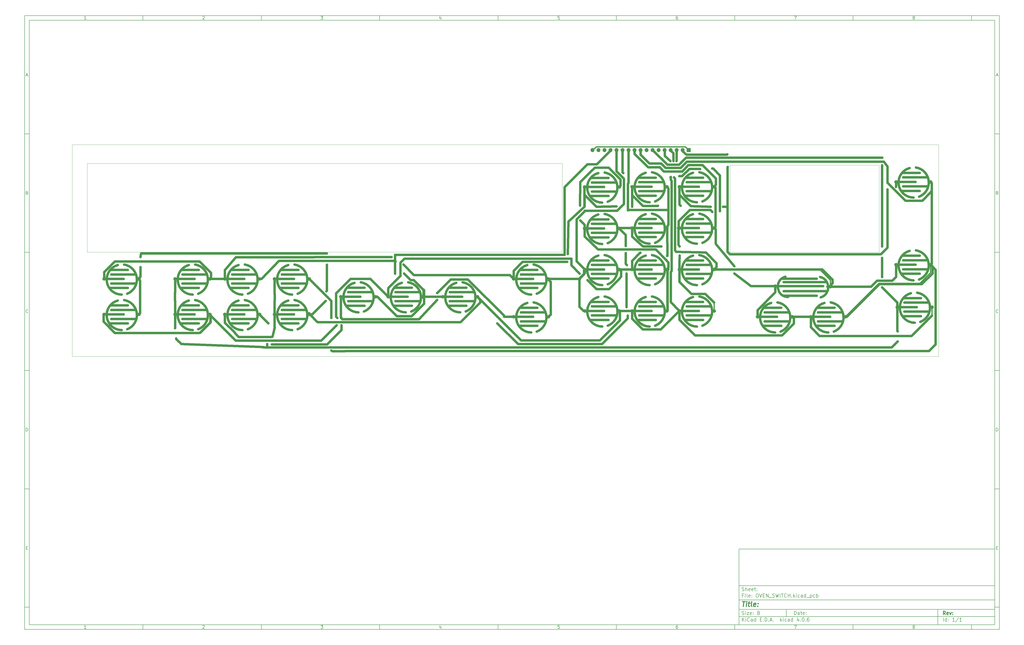
<source format=gbr>
G04 #@! TF.FileFunction,Copper,L1,Top,Signal*
%FSLAX46Y46*%
G04 Gerber Fmt 4.6, Leading zero omitted, Abs format (unit mm)*
G04 Created by KiCad (PCBNEW 4.0.6) date 04/10/17 12:01:18*
%MOMM*%
%LPD*%
G01*
G04 APERTURE LIST*
%ADD10C,0.500000*%
%ADD11C,0.150000*%
%ADD12C,0.300000*%
%ADD13C,0.400000*%
%ADD14C,0.100000*%
%ADD15C,1.000000*%
%ADD16R,1.700000X1.700000*%
%ADD17O,1.700000X1.700000*%
%ADD18C,1.524000*%
%ADD19C,0.600000*%
G04 APERTURE END LIST*
D10*
D11*
X311800000Y-235400000D02*
X311800000Y-267400000D01*
X419800000Y-267400000D01*
X419800000Y-235400000D01*
X311800000Y-235400000D01*
D10*
D11*
X10000000Y-10000000D02*
X10000000Y-269400000D01*
X421800000Y-269400000D01*
X421800000Y-10000000D01*
X10000000Y-10000000D01*
D10*
D11*
X12000000Y-12000000D02*
X12000000Y-267400000D01*
X419800000Y-267400000D01*
X419800000Y-12000000D01*
X12000000Y-12000000D01*
D10*
D11*
X60000000Y-12000000D02*
X60000000Y-10000000D01*
D10*
D11*
X110000000Y-12000000D02*
X110000000Y-10000000D01*
D10*
D11*
X160000000Y-12000000D02*
X160000000Y-10000000D01*
D10*
D11*
X210000000Y-12000000D02*
X210000000Y-10000000D01*
D10*
D11*
X260000000Y-12000000D02*
X260000000Y-10000000D01*
D10*
D11*
X310000000Y-12000000D02*
X310000000Y-10000000D01*
D10*
D11*
X360000000Y-12000000D02*
X360000000Y-10000000D01*
D10*
D11*
X410000000Y-12000000D02*
X410000000Y-10000000D01*
D10*
D11*
X35990476Y-11588095D02*
X35247619Y-11588095D01*
X35619048Y-11588095D02*
X35619048Y-10288095D01*
X35495238Y-10473810D01*
X35371429Y-10597619D01*
X35247619Y-10659524D01*
D10*
D11*
X85247619Y-10411905D02*
X85309524Y-10350000D01*
X85433333Y-10288095D01*
X85742857Y-10288095D01*
X85866667Y-10350000D01*
X85928571Y-10411905D01*
X85990476Y-10535714D01*
X85990476Y-10659524D01*
X85928571Y-10845238D01*
X85185714Y-11588095D01*
X85990476Y-11588095D01*
D10*
D11*
X135185714Y-10288095D02*
X135990476Y-10288095D01*
X135557143Y-10783333D01*
X135742857Y-10783333D01*
X135866667Y-10845238D01*
X135928571Y-10907143D01*
X135990476Y-11030952D01*
X135990476Y-11340476D01*
X135928571Y-11464286D01*
X135866667Y-11526190D01*
X135742857Y-11588095D01*
X135371429Y-11588095D01*
X135247619Y-11526190D01*
X135185714Y-11464286D01*
D10*
D11*
X185866667Y-10721429D02*
X185866667Y-11588095D01*
X185557143Y-10226190D02*
X185247619Y-11154762D01*
X186052381Y-11154762D01*
D10*
D11*
X235928571Y-10288095D02*
X235309524Y-10288095D01*
X235247619Y-10907143D01*
X235309524Y-10845238D01*
X235433333Y-10783333D01*
X235742857Y-10783333D01*
X235866667Y-10845238D01*
X235928571Y-10907143D01*
X235990476Y-11030952D01*
X235990476Y-11340476D01*
X235928571Y-11464286D01*
X235866667Y-11526190D01*
X235742857Y-11588095D01*
X235433333Y-11588095D01*
X235309524Y-11526190D01*
X235247619Y-11464286D01*
D10*
D11*
X285866667Y-10288095D02*
X285619048Y-10288095D01*
X285495238Y-10350000D01*
X285433333Y-10411905D01*
X285309524Y-10597619D01*
X285247619Y-10845238D01*
X285247619Y-11340476D01*
X285309524Y-11464286D01*
X285371429Y-11526190D01*
X285495238Y-11588095D01*
X285742857Y-11588095D01*
X285866667Y-11526190D01*
X285928571Y-11464286D01*
X285990476Y-11340476D01*
X285990476Y-11030952D01*
X285928571Y-10907143D01*
X285866667Y-10845238D01*
X285742857Y-10783333D01*
X285495238Y-10783333D01*
X285371429Y-10845238D01*
X285309524Y-10907143D01*
X285247619Y-11030952D01*
D10*
D11*
X335185714Y-10288095D02*
X336052381Y-10288095D01*
X335495238Y-11588095D01*
D10*
D11*
X385495238Y-10845238D02*
X385371429Y-10783333D01*
X385309524Y-10721429D01*
X385247619Y-10597619D01*
X385247619Y-10535714D01*
X385309524Y-10411905D01*
X385371429Y-10350000D01*
X385495238Y-10288095D01*
X385742857Y-10288095D01*
X385866667Y-10350000D01*
X385928571Y-10411905D01*
X385990476Y-10535714D01*
X385990476Y-10597619D01*
X385928571Y-10721429D01*
X385866667Y-10783333D01*
X385742857Y-10845238D01*
X385495238Y-10845238D01*
X385371429Y-10907143D01*
X385309524Y-10969048D01*
X385247619Y-11092857D01*
X385247619Y-11340476D01*
X385309524Y-11464286D01*
X385371429Y-11526190D01*
X385495238Y-11588095D01*
X385742857Y-11588095D01*
X385866667Y-11526190D01*
X385928571Y-11464286D01*
X385990476Y-11340476D01*
X385990476Y-11092857D01*
X385928571Y-10969048D01*
X385866667Y-10907143D01*
X385742857Y-10845238D01*
D10*
D11*
X60000000Y-267400000D02*
X60000000Y-269400000D01*
D10*
D11*
X110000000Y-267400000D02*
X110000000Y-269400000D01*
D10*
D11*
X160000000Y-267400000D02*
X160000000Y-269400000D01*
D10*
D11*
X210000000Y-267400000D02*
X210000000Y-269400000D01*
D10*
D11*
X260000000Y-267400000D02*
X260000000Y-269400000D01*
D10*
D11*
X310000000Y-267400000D02*
X310000000Y-269400000D01*
D10*
D11*
X360000000Y-267400000D02*
X360000000Y-269400000D01*
D10*
D11*
X410000000Y-267400000D02*
X410000000Y-269400000D01*
D10*
D11*
X35990476Y-268988095D02*
X35247619Y-268988095D01*
X35619048Y-268988095D02*
X35619048Y-267688095D01*
X35495238Y-267873810D01*
X35371429Y-267997619D01*
X35247619Y-268059524D01*
D10*
D11*
X85247619Y-267811905D02*
X85309524Y-267750000D01*
X85433333Y-267688095D01*
X85742857Y-267688095D01*
X85866667Y-267750000D01*
X85928571Y-267811905D01*
X85990476Y-267935714D01*
X85990476Y-268059524D01*
X85928571Y-268245238D01*
X85185714Y-268988095D01*
X85990476Y-268988095D01*
D10*
D11*
X135185714Y-267688095D02*
X135990476Y-267688095D01*
X135557143Y-268183333D01*
X135742857Y-268183333D01*
X135866667Y-268245238D01*
X135928571Y-268307143D01*
X135990476Y-268430952D01*
X135990476Y-268740476D01*
X135928571Y-268864286D01*
X135866667Y-268926190D01*
X135742857Y-268988095D01*
X135371429Y-268988095D01*
X135247619Y-268926190D01*
X135185714Y-268864286D01*
D10*
D11*
X185866667Y-268121429D02*
X185866667Y-268988095D01*
X185557143Y-267626190D02*
X185247619Y-268554762D01*
X186052381Y-268554762D01*
D10*
D11*
X235928571Y-267688095D02*
X235309524Y-267688095D01*
X235247619Y-268307143D01*
X235309524Y-268245238D01*
X235433333Y-268183333D01*
X235742857Y-268183333D01*
X235866667Y-268245238D01*
X235928571Y-268307143D01*
X235990476Y-268430952D01*
X235990476Y-268740476D01*
X235928571Y-268864286D01*
X235866667Y-268926190D01*
X235742857Y-268988095D01*
X235433333Y-268988095D01*
X235309524Y-268926190D01*
X235247619Y-268864286D01*
D10*
D11*
X285866667Y-267688095D02*
X285619048Y-267688095D01*
X285495238Y-267750000D01*
X285433333Y-267811905D01*
X285309524Y-267997619D01*
X285247619Y-268245238D01*
X285247619Y-268740476D01*
X285309524Y-268864286D01*
X285371429Y-268926190D01*
X285495238Y-268988095D01*
X285742857Y-268988095D01*
X285866667Y-268926190D01*
X285928571Y-268864286D01*
X285990476Y-268740476D01*
X285990476Y-268430952D01*
X285928571Y-268307143D01*
X285866667Y-268245238D01*
X285742857Y-268183333D01*
X285495238Y-268183333D01*
X285371429Y-268245238D01*
X285309524Y-268307143D01*
X285247619Y-268430952D01*
D10*
D11*
X335185714Y-267688095D02*
X336052381Y-267688095D01*
X335495238Y-268988095D01*
D10*
D11*
X385495238Y-268245238D02*
X385371429Y-268183333D01*
X385309524Y-268121429D01*
X385247619Y-267997619D01*
X385247619Y-267935714D01*
X385309524Y-267811905D01*
X385371429Y-267750000D01*
X385495238Y-267688095D01*
X385742857Y-267688095D01*
X385866667Y-267750000D01*
X385928571Y-267811905D01*
X385990476Y-267935714D01*
X385990476Y-267997619D01*
X385928571Y-268121429D01*
X385866667Y-268183333D01*
X385742857Y-268245238D01*
X385495238Y-268245238D01*
X385371429Y-268307143D01*
X385309524Y-268369048D01*
X385247619Y-268492857D01*
X385247619Y-268740476D01*
X385309524Y-268864286D01*
X385371429Y-268926190D01*
X385495238Y-268988095D01*
X385742857Y-268988095D01*
X385866667Y-268926190D01*
X385928571Y-268864286D01*
X385990476Y-268740476D01*
X385990476Y-268492857D01*
X385928571Y-268369048D01*
X385866667Y-268307143D01*
X385742857Y-268245238D01*
D10*
D11*
X10000000Y-60000000D02*
X12000000Y-60000000D01*
D10*
D11*
X10000000Y-110000000D02*
X12000000Y-110000000D01*
D10*
D11*
X10000000Y-160000000D02*
X12000000Y-160000000D01*
D10*
D11*
X10000000Y-210000000D02*
X12000000Y-210000000D01*
D10*
D11*
X10000000Y-260000000D02*
X12000000Y-260000000D01*
D10*
D11*
X10690476Y-35216667D02*
X11309524Y-35216667D01*
X10566667Y-35588095D02*
X11000000Y-34288095D01*
X11433333Y-35588095D01*
D10*
D11*
X11092857Y-84907143D02*
X11278571Y-84969048D01*
X11340476Y-85030952D01*
X11402381Y-85154762D01*
X11402381Y-85340476D01*
X11340476Y-85464286D01*
X11278571Y-85526190D01*
X11154762Y-85588095D01*
X10659524Y-85588095D01*
X10659524Y-84288095D01*
X11092857Y-84288095D01*
X11216667Y-84350000D01*
X11278571Y-84411905D01*
X11340476Y-84535714D01*
X11340476Y-84659524D01*
X11278571Y-84783333D01*
X11216667Y-84845238D01*
X11092857Y-84907143D01*
X10659524Y-84907143D01*
D10*
D11*
X11402381Y-135464286D02*
X11340476Y-135526190D01*
X11154762Y-135588095D01*
X11030952Y-135588095D01*
X10845238Y-135526190D01*
X10721429Y-135402381D01*
X10659524Y-135278571D01*
X10597619Y-135030952D01*
X10597619Y-134845238D01*
X10659524Y-134597619D01*
X10721429Y-134473810D01*
X10845238Y-134350000D01*
X11030952Y-134288095D01*
X11154762Y-134288095D01*
X11340476Y-134350000D01*
X11402381Y-134411905D01*
D10*
D11*
X10659524Y-185588095D02*
X10659524Y-184288095D01*
X10969048Y-184288095D01*
X11154762Y-184350000D01*
X11278571Y-184473810D01*
X11340476Y-184597619D01*
X11402381Y-184845238D01*
X11402381Y-185030952D01*
X11340476Y-185278571D01*
X11278571Y-185402381D01*
X11154762Y-185526190D01*
X10969048Y-185588095D01*
X10659524Y-185588095D01*
D10*
D11*
X10721429Y-234907143D02*
X11154762Y-234907143D01*
X11340476Y-235588095D02*
X10721429Y-235588095D01*
X10721429Y-234288095D01*
X11340476Y-234288095D01*
D10*
D11*
X421800000Y-60000000D02*
X419800000Y-60000000D01*
D10*
D11*
X421800000Y-110000000D02*
X419800000Y-110000000D01*
D10*
D11*
X421800000Y-160000000D02*
X419800000Y-160000000D01*
D10*
D11*
X421800000Y-210000000D02*
X419800000Y-210000000D01*
D10*
D11*
X421800000Y-260000000D02*
X419800000Y-260000000D01*
D10*
D11*
X420490476Y-35216667D02*
X421109524Y-35216667D01*
X420366667Y-35588095D02*
X420800000Y-34288095D01*
X421233333Y-35588095D01*
D10*
D11*
X420892857Y-84907143D02*
X421078571Y-84969048D01*
X421140476Y-85030952D01*
X421202381Y-85154762D01*
X421202381Y-85340476D01*
X421140476Y-85464286D01*
X421078571Y-85526190D01*
X420954762Y-85588095D01*
X420459524Y-85588095D01*
X420459524Y-84288095D01*
X420892857Y-84288095D01*
X421016667Y-84350000D01*
X421078571Y-84411905D01*
X421140476Y-84535714D01*
X421140476Y-84659524D01*
X421078571Y-84783333D01*
X421016667Y-84845238D01*
X420892857Y-84907143D01*
X420459524Y-84907143D01*
D10*
D11*
X421202381Y-135464286D02*
X421140476Y-135526190D01*
X420954762Y-135588095D01*
X420830952Y-135588095D01*
X420645238Y-135526190D01*
X420521429Y-135402381D01*
X420459524Y-135278571D01*
X420397619Y-135030952D01*
X420397619Y-134845238D01*
X420459524Y-134597619D01*
X420521429Y-134473810D01*
X420645238Y-134350000D01*
X420830952Y-134288095D01*
X420954762Y-134288095D01*
X421140476Y-134350000D01*
X421202381Y-134411905D01*
D10*
D11*
X420459524Y-185588095D02*
X420459524Y-184288095D01*
X420769048Y-184288095D01*
X420954762Y-184350000D01*
X421078571Y-184473810D01*
X421140476Y-184597619D01*
X421202381Y-184845238D01*
X421202381Y-185030952D01*
X421140476Y-185278571D01*
X421078571Y-185402381D01*
X420954762Y-185526190D01*
X420769048Y-185588095D01*
X420459524Y-185588095D01*
D10*
D11*
X420521429Y-234907143D02*
X420954762Y-234907143D01*
X421140476Y-235588095D02*
X420521429Y-235588095D01*
X420521429Y-234288095D01*
X421140476Y-234288095D01*
D10*
D11*
X335157143Y-263178571D02*
X335157143Y-261678571D01*
X335514286Y-261678571D01*
X335728571Y-261750000D01*
X335871429Y-261892857D01*
X335942857Y-262035714D01*
X336014286Y-262321429D01*
X336014286Y-262535714D01*
X335942857Y-262821429D01*
X335871429Y-262964286D01*
X335728571Y-263107143D01*
X335514286Y-263178571D01*
X335157143Y-263178571D01*
X337300000Y-263178571D02*
X337300000Y-262392857D01*
X337228571Y-262250000D01*
X337085714Y-262178571D01*
X336800000Y-262178571D01*
X336657143Y-262250000D01*
X337300000Y-263107143D02*
X337157143Y-263178571D01*
X336800000Y-263178571D01*
X336657143Y-263107143D01*
X336585714Y-262964286D01*
X336585714Y-262821429D01*
X336657143Y-262678571D01*
X336800000Y-262607143D01*
X337157143Y-262607143D01*
X337300000Y-262535714D01*
X337800000Y-262178571D02*
X338371429Y-262178571D01*
X338014286Y-261678571D02*
X338014286Y-262964286D01*
X338085714Y-263107143D01*
X338228572Y-263178571D01*
X338371429Y-263178571D01*
X339442857Y-263107143D02*
X339300000Y-263178571D01*
X339014286Y-263178571D01*
X338871429Y-263107143D01*
X338800000Y-262964286D01*
X338800000Y-262392857D01*
X338871429Y-262250000D01*
X339014286Y-262178571D01*
X339300000Y-262178571D01*
X339442857Y-262250000D01*
X339514286Y-262392857D01*
X339514286Y-262535714D01*
X338800000Y-262678571D01*
X340157143Y-263035714D02*
X340228571Y-263107143D01*
X340157143Y-263178571D01*
X340085714Y-263107143D01*
X340157143Y-263035714D01*
X340157143Y-263178571D01*
X340157143Y-262250000D02*
X340228571Y-262321429D01*
X340157143Y-262392857D01*
X340085714Y-262321429D01*
X340157143Y-262250000D01*
X340157143Y-262392857D01*
D10*
D11*
X311800000Y-263900000D02*
X419800000Y-263900000D01*
D10*
D11*
X313157143Y-265978571D02*
X313157143Y-264478571D01*
X314014286Y-265978571D02*
X313371429Y-265121429D01*
X314014286Y-264478571D02*
X313157143Y-265335714D01*
X314657143Y-265978571D02*
X314657143Y-264978571D01*
X314657143Y-264478571D02*
X314585714Y-264550000D01*
X314657143Y-264621429D01*
X314728571Y-264550000D01*
X314657143Y-264478571D01*
X314657143Y-264621429D01*
X316228572Y-265835714D02*
X316157143Y-265907143D01*
X315942857Y-265978571D01*
X315800000Y-265978571D01*
X315585715Y-265907143D01*
X315442857Y-265764286D01*
X315371429Y-265621429D01*
X315300000Y-265335714D01*
X315300000Y-265121429D01*
X315371429Y-264835714D01*
X315442857Y-264692857D01*
X315585715Y-264550000D01*
X315800000Y-264478571D01*
X315942857Y-264478571D01*
X316157143Y-264550000D01*
X316228572Y-264621429D01*
X317514286Y-265978571D02*
X317514286Y-265192857D01*
X317442857Y-265050000D01*
X317300000Y-264978571D01*
X317014286Y-264978571D01*
X316871429Y-265050000D01*
X317514286Y-265907143D02*
X317371429Y-265978571D01*
X317014286Y-265978571D01*
X316871429Y-265907143D01*
X316800000Y-265764286D01*
X316800000Y-265621429D01*
X316871429Y-265478571D01*
X317014286Y-265407143D01*
X317371429Y-265407143D01*
X317514286Y-265335714D01*
X318871429Y-265978571D02*
X318871429Y-264478571D01*
X318871429Y-265907143D02*
X318728572Y-265978571D01*
X318442858Y-265978571D01*
X318300000Y-265907143D01*
X318228572Y-265835714D01*
X318157143Y-265692857D01*
X318157143Y-265264286D01*
X318228572Y-265121429D01*
X318300000Y-265050000D01*
X318442858Y-264978571D01*
X318728572Y-264978571D01*
X318871429Y-265050000D01*
X320728572Y-265192857D02*
X321228572Y-265192857D01*
X321442858Y-265978571D02*
X320728572Y-265978571D01*
X320728572Y-264478571D01*
X321442858Y-264478571D01*
X322085715Y-265835714D02*
X322157143Y-265907143D01*
X322085715Y-265978571D01*
X322014286Y-265907143D01*
X322085715Y-265835714D01*
X322085715Y-265978571D01*
X322800001Y-265978571D02*
X322800001Y-264478571D01*
X323157144Y-264478571D01*
X323371429Y-264550000D01*
X323514287Y-264692857D01*
X323585715Y-264835714D01*
X323657144Y-265121429D01*
X323657144Y-265335714D01*
X323585715Y-265621429D01*
X323514287Y-265764286D01*
X323371429Y-265907143D01*
X323157144Y-265978571D01*
X322800001Y-265978571D01*
X324300001Y-265835714D02*
X324371429Y-265907143D01*
X324300001Y-265978571D01*
X324228572Y-265907143D01*
X324300001Y-265835714D01*
X324300001Y-265978571D01*
X324942858Y-265550000D02*
X325657144Y-265550000D01*
X324800001Y-265978571D02*
X325300001Y-264478571D01*
X325800001Y-265978571D01*
X326300001Y-265835714D02*
X326371429Y-265907143D01*
X326300001Y-265978571D01*
X326228572Y-265907143D01*
X326300001Y-265835714D01*
X326300001Y-265978571D01*
X329300001Y-265978571D02*
X329300001Y-264478571D01*
X329442858Y-265407143D02*
X329871429Y-265978571D01*
X329871429Y-264978571D02*
X329300001Y-265550000D01*
X330514287Y-265978571D02*
X330514287Y-264978571D01*
X330514287Y-264478571D02*
X330442858Y-264550000D01*
X330514287Y-264621429D01*
X330585715Y-264550000D01*
X330514287Y-264478571D01*
X330514287Y-264621429D01*
X331871430Y-265907143D02*
X331728573Y-265978571D01*
X331442859Y-265978571D01*
X331300001Y-265907143D01*
X331228573Y-265835714D01*
X331157144Y-265692857D01*
X331157144Y-265264286D01*
X331228573Y-265121429D01*
X331300001Y-265050000D01*
X331442859Y-264978571D01*
X331728573Y-264978571D01*
X331871430Y-265050000D01*
X333157144Y-265978571D02*
X333157144Y-265192857D01*
X333085715Y-265050000D01*
X332942858Y-264978571D01*
X332657144Y-264978571D01*
X332514287Y-265050000D01*
X333157144Y-265907143D02*
X333014287Y-265978571D01*
X332657144Y-265978571D01*
X332514287Y-265907143D01*
X332442858Y-265764286D01*
X332442858Y-265621429D01*
X332514287Y-265478571D01*
X332657144Y-265407143D01*
X333014287Y-265407143D01*
X333157144Y-265335714D01*
X334514287Y-265978571D02*
X334514287Y-264478571D01*
X334514287Y-265907143D02*
X334371430Y-265978571D01*
X334085716Y-265978571D01*
X333942858Y-265907143D01*
X333871430Y-265835714D01*
X333800001Y-265692857D01*
X333800001Y-265264286D01*
X333871430Y-265121429D01*
X333942858Y-265050000D01*
X334085716Y-264978571D01*
X334371430Y-264978571D01*
X334514287Y-265050000D01*
X337014287Y-264978571D02*
X337014287Y-265978571D01*
X336657144Y-264407143D02*
X336300001Y-265478571D01*
X337228573Y-265478571D01*
X337800001Y-265835714D02*
X337871429Y-265907143D01*
X337800001Y-265978571D01*
X337728572Y-265907143D01*
X337800001Y-265835714D01*
X337800001Y-265978571D01*
X338800001Y-264478571D02*
X338942858Y-264478571D01*
X339085715Y-264550000D01*
X339157144Y-264621429D01*
X339228573Y-264764286D01*
X339300001Y-265050000D01*
X339300001Y-265407143D01*
X339228573Y-265692857D01*
X339157144Y-265835714D01*
X339085715Y-265907143D01*
X338942858Y-265978571D01*
X338800001Y-265978571D01*
X338657144Y-265907143D01*
X338585715Y-265835714D01*
X338514287Y-265692857D01*
X338442858Y-265407143D01*
X338442858Y-265050000D01*
X338514287Y-264764286D01*
X338585715Y-264621429D01*
X338657144Y-264550000D01*
X338800001Y-264478571D01*
X339942858Y-265835714D02*
X340014286Y-265907143D01*
X339942858Y-265978571D01*
X339871429Y-265907143D01*
X339942858Y-265835714D01*
X339942858Y-265978571D01*
X341300001Y-264478571D02*
X341014287Y-264478571D01*
X340871430Y-264550000D01*
X340800001Y-264621429D01*
X340657144Y-264835714D01*
X340585715Y-265121429D01*
X340585715Y-265692857D01*
X340657144Y-265835714D01*
X340728572Y-265907143D01*
X340871430Y-265978571D01*
X341157144Y-265978571D01*
X341300001Y-265907143D01*
X341371430Y-265835714D01*
X341442858Y-265692857D01*
X341442858Y-265335714D01*
X341371430Y-265192857D01*
X341300001Y-265121429D01*
X341157144Y-265050000D01*
X340871430Y-265050000D01*
X340728572Y-265121429D01*
X340657144Y-265192857D01*
X340585715Y-265335714D01*
D10*
D11*
X311800000Y-260900000D02*
X419800000Y-260900000D01*
D10*
D12*
X399014286Y-263178571D02*
X398514286Y-262464286D01*
X398157143Y-263178571D02*
X398157143Y-261678571D01*
X398728571Y-261678571D01*
X398871429Y-261750000D01*
X398942857Y-261821429D01*
X399014286Y-261964286D01*
X399014286Y-262178571D01*
X398942857Y-262321429D01*
X398871429Y-262392857D01*
X398728571Y-262464286D01*
X398157143Y-262464286D01*
X400228571Y-263107143D02*
X400085714Y-263178571D01*
X399800000Y-263178571D01*
X399657143Y-263107143D01*
X399585714Y-262964286D01*
X399585714Y-262392857D01*
X399657143Y-262250000D01*
X399800000Y-262178571D01*
X400085714Y-262178571D01*
X400228571Y-262250000D01*
X400300000Y-262392857D01*
X400300000Y-262535714D01*
X399585714Y-262678571D01*
X400800000Y-262178571D02*
X401157143Y-263178571D01*
X401514285Y-262178571D01*
X402085714Y-263035714D02*
X402157142Y-263107143D01*
X402085714Y-263178571D01*
X402014285Y-263107143D01*
X402085714Y-263035714D01*
X402085714Y-263178571D01*
X402085714Y-262250000D02*
X402157142Y-262321429D01*
X402085714Y-262392857D01*
X402014285Y-262321429D01*
X402085714Y-262250000D01*
X402085714Y-262392857D01*
D10*
D11*
X313085714Y-263107143D02*
X313300000Y-263178571D01*
X313657143Y-263178571D01*
X313800000Y-263107143D01*
X313871429Y-263035714D01*
X313942857Y-262892857D01*
X313942857Y-262750000D01*
X313871429Y-262607143D01*
X313800000Y-262535714D01*
X313657143Y-262464286D01*
X313371429Y-262392857D01*
X313228571Y-262321429D01*
X313157143Y-262250000D01*
X313085714Y-262107143D01*
X313085714Y-261964286D01*
X313157143Y-261821429D01*
X313228571Y-261750000D01*
X313371429Y-261678571D01*
X313728571Y-261678571D01*
X313942857Y-261750000D01*
X314585714Y-263178571D02*
X314585714Y-262178571D01*
X314585714Y-261678571D02*
X314514285Y-261750000D01*
X314585714Y-261821429D01*
X314657142Y-261750000D01*
X314585714Y-261678571D01*
X314585714Y-261821429D01*
X315157143Y-262178571D02*
X315942857Y-262178571D01*
X315157143Y-263178571D01*
X315942857Y-263178571D01*
X317085714Y-263107143D02*
X316942857Y-263178571D01*
X316657143Y-263178571D01*
X316514286Y-263107143D01*
X316442857Y-262964286D01*
X316442857Y-262392857D01*
X316514286Y-262250000D01*
X316657143Y-262178571D01*
X316942857Y-262178571D01*
X317085714Y-262250000D01*
X317157143Y-262392857D01*
X317157143Y-262535714D01*
X316442857Y-262678571D01*
X317800000Y-263035714D02*
X317871428Y-263107143D01*
X317800000Y-263178571D01*
X317728571Y-263107143D01*
X317800000Y-263035714D01*
X317800000Y-263178571D01*
X317800000Y-262250000D02*
X317871428Y-262321429D01*
X317800000Y-262392857D01*
X317728571Y-262321429D01*
X317800000Y-262250000D01*
X317800000Y-262392857D01*
X320157143Y-262392857D02*
X320371429Y-262464286D01*
X320442857Y-262535714D01*
X320514286Y-262678571D01*
X320514286Y-262892857D01*
X320442857Y-263035714D01*
X320371429Y-263107143D01*
X320228571Y-263178571D01*
X319657143Y-263178571D01*
X319657143Y-261678571D01*
X320157143Y-261678571D01*
X320300000Y-261750000D01*
X320371429Y-261821429D01*
X320442857Y-261964286D01*
X320442857Y-262107143D01*
X320371429Y-262250000D01*
X320300000Y-262321429D01*
X320157143Y-262392857D01*
X319657143Y-262392857D01*
D10*
D11*
X398157143Y-265978571D02*
X398157143Y-264478571D01*
X399514286Y-265978571D02*
X399514286Y-264478571D01*
X399514286Y-265907143D02*
X399371429Y-265978571D01*
X399085715Y-265978571D01*
X398942857Y-265907143D01*
X398871429Y-265835714D01*
X398800000Y-265692857D01*
X398800000Y-265264286D01*
X398871429Y-265121429D01*
X398942857Y-265050000D01*
X399085715Y-264978571D01*
X399371429Y-264978571D01*
X399514286Y-265050000D01*
X400228572Y-265835714D02*
X400300000Y-265907143D01*
X400228572Y-265978571D01*
X400157143Y-265907143D01*
X400228572Y-265835714D01*
X400228572Y-265978571D01*
X400228572Y-265050000D02*
X400300000Y-265121429D01*
X400228572Y-265192857D01*
X400157143Y-265121429D01*
X400228572Y-265050000D01*
X400228572Y-265192857D01*
X402871429Y-265978571D02*
X402014286Y-265978571D01*
X402442858Y-265978571D02*
X402442858Y-264478571D01*
X402300001Y-264692857D01*
X402157143Y-264835714D01*
X402014286Y-264907143D01*
X404585714Y-264407143D02*
X403300000Y-266335714D01*
X405871429Y-265978571D02*
X405014286Y-265978571D01*
X405442858Y-265978571D02*
X405442858Y-264478571D01*
X405300001Y-264692857D01*
X405157143Y-264835714D01*
X405014286Y-264907143D01*
D10*
D11*
X311800000Y-256900000D02*
X419800000Y-256900000D01*
D10*
D13*
X313252381Y-257604762D02*
X314395238Y-257604762D01*
X313573810Y-259604762D02*
X313823810Y-257604762D01*
X314811905Y-259604762D02*
X314978571Y-258271429D01*
X315061905Y-257604762D02*
X314954762Y-257700000D01*
X315038095Y-257795238D01*
X315145239Y-257700000D01*
X315061905Y-257604762D01*
X315038095Y-257795238D01*
X315645238Y-258271429D02*
X316407143Y-258271429D01*
X316014286Y-257604762D02*
X315800000Y-259319048D01*
X315871430Y-259509524D01*
X316050001Y-259604762D01*
X316240477Y-259604762D01*
X317192858Y-259604762D02*
X317014287Y-259509524D01*
X316942857Y-259319048D01*
X317157143Y-257604762D01*
X318728572Y-259509524D02*
X318526191Y-259604762D01*
X318145239Y-259604762D01*
X317966667Y-259509524D01*
X317895238Y-259319048D01*
X317990476Y-258557143D01*
X318109524Y-258366667D01*
X318311905Y-258271429D01*
X318692857Y-258271429D01*
X318871429Y-258366667D01*
X318942857Y-258557143D01*
X318919048Y-258747619D01*
X317942857Y-258938095D01*
X319692857Y-259414286D02*
X319776192Y-259509524D01*
X319669048Y-259604762D01*
X319585715Y-259509524D01*
X319692857Y-259414286D01*
X319669048Y-259604762D01*
X319823810Y-258366667D02*
X319907144Y-258461905D01*
X319800000Y-258557143D01*
X319716667Y-258461905D01*
X319823810Y-258366667D01*
X319800000Y-258557143D01*
D10*
D11*
X313657143Y-254992857D02*
X313157143Y-254992857D01*
X313157143Y-255778571D02*
X313157143Y-254278571D01*
X313871429Y-254278571D01*
X314442857Y-255778571D02*
X314442857Y-254778571D01*
X314442857Y-254278571D02*
X314371428Y-254350000D01*
X314442857Y-254421429D01*
X314514285Y-254350000D01*
X314442857Y-254278571D01*
X314442857Y-254421429D01*
X315371429Y-255778571D02*
X315228571Y-255707143D01*
X315157143Y-255564286D01*
X315157143Y-254278571D01*
X316514285Y-255707143D02*
X316371428Y-255778571D01*
X316085714Y-255778571D01*
X315942857Y-255707143D01*
X315871428Y-255564286D01*
X315871428Y-254992857D01*
X315942857Y-254850000D01*
X316085714Y-254778571D01*
X316371428Y-254778571D01*
X316514285Y-254850000D01*
X316585714Y-254992857D01*
X316585714Y-255135714D01*
X315871428Y-255278571D01*
X317228571Y-255635714D02*
X317299999Y-255707143D01*
X317228571Y-255778571D01*
X317157142Y-255707143D01*
X317228571Y-255635714D01*
X317228571Y-255778571D01*
X317228571Y-254850000D02*
X317299999Y-254921429D01*
X317228571Y-254992857D01*
X317157142Y-254921429D01*
X317228571Y-254850000D01*
X317228571Y-254992857D01*
X319371428Y-254278571D02*
X319657142Y-254278571D01*
X319800000Y-254350000D01*
X319942857Y-254492857D01*
X320014285Y-254778571D01*
X320014285Y-255278571D01*
X319942857Y-255564286D01*
X319800000Y-255707143D01*
X319657142Y-255778571D01*
X319371428Y-255778571D01*
X319228571Y-255707143D01*
X319085714Y-255564286D01*
X319014285Y-255278571D01*
X319014285Y-254778571D01*
X319085714Y-254492857D01*
X319228571Y-254350000D01*
X319371428Y-254278571D01*
X320442857Y-254278571D02*
X320942857Y-255778571D01*
X321442857Y-254278571D01*
X321942857Y-254992857D02*
X322442857Y-254992857D01*
X322657143Y-255778571D02*
X321942857Y-255778571D01*
X321942857Y-254278571D01*
X322657143Y-254278571D01*
X323300000Y-255778571D02*
X323300000Y-254278571D01*
X324157143Y-255778571D01*
X324157143Y-254278571D01*
X324514286Y-255921429D02*
X325657143Y-255921429D01*
X325942857Y-255707143D02*
X326157143Y-255778571D01*
X326514286Y-255778571D01*
X326657143Y-255707143D01*
X326728572Y-255635714D01*
X326800000Y-255492857D01*
X326800000Y-255350000D01*
X326728572Y-255207143D01*
X326657143Y-255135714D01*
X326514286Y-255064286D01*
X326228572Y-254992857D01*
X326085714Y-254921429D01*
X326014286Y-254850000D01*
X325942857Y-254707143D01*
X325942857Y-254564286D01*
X326014286Y-254421429D01*
X326085714Y-254350000D01*
X326228572Y-254278571D01*
X326585714Y-254278571D01*
X326800000Y-254350000D01*
X327300000Y-254278571D02*
X327657143Y-255778571D01*
X327942857Y-254707143D01*
X328228571Y-255778571D01*
X328585714Y-254278571D01*
X329157143Y-255778571D02*
X329157143Y-254278571D01*
X329657143Y-254278571D02*
X330514286Y-254278571D01*
X330085715Y-255778571D02*
X330085715Y-254278571D01*
X331871429Y-255635714D02*
X331800000Y-255707143D01*
X331585714Y-255778571D01*
X331442857Y-255778571D01*
X331228572Y-255707143D01*
X331085714Y-255564286D01*
X331014286Y-255421429D01*
X330942857Y-255135714D01*
X330942857Y-254921429D01*
X331014286Y-254635714D01*
X331085714Y-254492857D01*
X331228572Y-254350000D01*
X331442857Y-254278571D01*
X331585714Y-254278571D01*
X331800000Y-254350000D01*
X331871429Y-254421429D01*
X332514286Y-255778571D02*
X332514286Y-254278571D01*
X332514286Y-254992857D02*
X333371429Y-254992857D01*
X333371429Y-255778571D02*
X333371429Y-254278571D01*
X334085715Y-255635714D02*
X334157143Y-255707143D01*
X334085715Y-255778571D01*
X334014286Y-255707143D01*
X334085715Y-255635714D01*
X334085715Y-255778571D01*
X334800001Y-255778571D02*
X334800001Y-254278571D01*
X334942858Y-255207143D02*
X335371429Y-255778571D01*
X335371429Y-254778571D02*
X334800001Y-255350000D01*
X336014287Y-255778571D02*
X336014287Y-254778571D01*
X336014287Y-254278571D02*
X335942858Y-254350000D01*
X336014287Y-254421429D01*
X336085715Y-254350000D01*
X336014287Y-254278571D01*
X336014287Y-254421429D01*
X337371430Y-255707143D02*
X337228573Y-255778571D01*
X336942859Y-255778571D01*
X336800001Y-255707143D01*
X336728573Y-255635714D01*
X336657144Y-255492857D01*
X336657144Y-255064286D01*
X336728573Y-254921429D01*
X336800001Y-254850000D01*
X336942859Y-254778571D01*
X337228573Y-254778571D01*
X337371430Y-254850000D01*
X338657144Y-255778571D02*
X338657144Y-254992857D01*
X338585715Y-254850000D01*
X338442858Y-254778571D01*
X338157144Y-254778571D01*
X338014287Y-254850000D01*
X338657144Y-255707143D02*
X338514287Y-255778571D01*
X338157144Y-255778571D01*
X338014287Y-255707143D01*
X337942858Y-255564286D01*
X337942858Y-255421429D01*
X338014287Y-255278571D01*
X338157144Y-255207143D01*
X338514287Y-255207143D01*
X338657144Y-255135714D01*
X340014287Y-255778571D02*
X340014287Y-254278571D01*
X340014287Y-255707143D02*
X339871430Y-255778571D01*
X339585716Y-255778571D01*
X339442858Y-255707143D01*
X339371430Y-255635714D01*
X339300001Y-255492857D01*
X339300001Y-255064286D01*
X339371430Y-254921429D01*
X339442858Y-254850000D01*
X339585716Y-254778571D01*
X339871430Y-254778571D01*
X340014287Y-254850000D01*
X340371430Y-255921429D02*
X341514287Y-255921429D01*
X341871430Y-254778571D02*
X341871430Y-256278571D01*
X341871430Y-254850000D02*
X342014287Y-254778571D01*
X342300001Y-254778571D01*
X342442858Y-254850000D01*
X342514287Y-254921429D01*
X342585716Y-255064286D01*
X342585716Y-255492857D01*
X342514287Y-255635714D01*
X342442858Y-255707143D01*
X342300001Y-255778571D01*
X342014287Y-255778571D01*
X341871430Y-255707143D01*
X343871430Y-255707143D02*
X343728573Y-255778571D01*
X343442859Y-255778571D01*
X343300001Y-255707143D01*
X343228573Y-255635714D01*
X343157144Y-255492857D01*
X343157144Y-255064286D01*
X343228573Y-254921429D01*
X343300001Y-254850000D01*
X343442859Y-254778571D01*
X343728573Y-254778571D01*
X343871430Y-254850000D01*
X344514287Y-255778571D02*
X344514287Y-254278571D01*
X344514287Y-254850000D02*
X344657144Y-254778571D01*
X344942858Y-254778571D01*
X345085715Y-254850000D01*
X345157144Y-254921429D01*
X345228573Y-255064286D01*
X345228573Y-255492857D01*
X345157144Y-255635714D01*
X345085715Y-255707143D01*
X344942858Y-255778571D01*
X344657144Y-255778571D01*
X344514287Y-255707143D01*
D10*
D11*
X311800000Y-250900000D02*
X419800000Y-250900000D01*
D10*
D11*
X313085714Y-253007143D02*
X313300000Y-253078571D01*
X313657143Y-253078571D01*
X313800000Y-253007143D01*
X313871429Y-252935714D01*
X313942857Y-252792857D01*
X313942857Y-252650000D01*
X313871429Y-252507143D01*
X313800000Y-252435714D01*
X313657143Y-252364286D01*
X313371429Y-252292857D01*
X313228571Y-252221429D01*
X313157143Y-252150000D01*
X313085714Y-252007143D01*
X313085714Y-251864286D01*
X313157143Y-251721429D01*
X313228571Y-251650000D01*
X313371429Y-251578571D01*
X313728571Y-251578571D01*
X313942857Y-251650000D01*
X314585714Y-253078571D02*
X314585714Y-251578571D01*
X315228571Y-253078571D02*
X315228571Y-252292857D01*
X315157142Y-252150000D01*
X315014285Y-252078571D01*
X314800000Y-252078571D01*
X314657142Y-252150000D01*
X314585714Y-252221429D01*
X316514285Y-253007143D02*
X316371428Y-253078571D01*
X316085714Y-253078571D01*
X315942857Y-253007143D01*
X315871428Y-252864286D01*
X315871428Y-252292857D01*
X315942857Y-252150000D01*
X316085714Y-252078571D01*
X316371428Y-252078571D01*
X316514285Y-252150000D01*
X316585714Y-252292857D01*
X316585714Y-252435714D01*
X315871428Y-252578571D01*
X317799999Y-253007143D02*
X317657142Y-253078571D01*
X317371428Y-253078571D01*
X317228571Y-253007143D01*
X317157142Y-252864286D01*
X317157142Y-252292857D01*
X317228571Y-252150000D01*
X317371428Y-252078571D01*
X317657142Y-252078571D01*
X317799999Y-252150000D01*
X317871428Y-252292857D01*
X317871428Y-252435714D01*
X317157142Y-252578571D01*
X318299999Y-252078571D02*
X318871428Y-252078571D01*
X318514285Y-251578571D02*
X318514285Y-252864286D01*
X318585713Y-253007143D01*
X318728571Y-253078571D01*
X318871428Y-253078571D01*
X319371428Y-252935714D02*
X319442856Y-253007143D01*
X319371428Y-253078571D01*
X319299999Y-253007143D01*
X319371428Y-252935714D01*
X319371428Y-253078571D01*
X319371428Y-252150000D02*
X319442856Y-252221429D01*
X319371428Y-252292857D01*
X319299999Y-252221429D01*
X319371428Y-252150000D01*
X319371428Y-252292857D01*
D10*
D11*
X331800000Y-260900000D02*
X331800000Y-263900000D01*
D10*
D11*
X395800000Y-260900000D02*
X395800000Y-267400000D01*
D14*
X30090000Y-64524000D02*
X396122000Y-64524000D01*
X307990000Y-73202000D02*
X307990000Y-110002000D01*
X370990000Y-73202000D02*
X307990000Y-73202000D01*
X370990000Y-110002000D02*
X370990000Y-73202000D01*
X307990000Y-110002000D02*
X370990000Y-110002000D01*
X36490000Y-109934000D02*
X36490000Y-72534000D01*
X237090000Y-109934000D02*
X36490000Y-109934000D01*
X237090000Y-72534000D02*
X237090000Y-109934000D01*
X36490000Y-72534000D02*
X237090000Y-72534000D01*
X30090000Y-154024000D02*
X41122000Y-154024000D01*
X30090000Y-154024000D02*
X30090000Y-64524000D01*
X396122000Y-154024000D02*
X41122000Y-154024000D01*
X396122000Y-64524000D02*
X396122000Y-154024000D01*
D15*
X45955000Y-140106000D02*
X53654000Y-140106000D01*
X57131000Y-138201000D02*
X46654000Y-138201000D01*
X46209000Y-132486000D02*
X53654000Y-132486000D01*
X46654000Y-134391000D02*
X57004000Y-134391000D01*
X58404000Y-136296000D02*
X57404000Y-136296000D01*
X43654000Y-136296000D02*
X51844000Y-136296000D01*
X53343975Y-142549261D02*
G75*
G03X52035000Y-130200000I-2308975J5999261D01*
G01*
X49391499Y-130416371D02*
G75*
G03X51035000Y-142900000I1643501J-6133629D01*
G01*
X45955000Y-125106000D02*
X53654000Y-125106000D01*
X57131000Y-123201000D02*
X46654000Y-123201000D01*
X46209000Y-117486000D02*
X53654000Y-117486000D01*
X46654000Y-119391000D02*
X57004000Y-119391000D01*
X58404000Y-121296000D02*
X57404000Y-121296000D01*
X43654000Y-121296000D02*
X51844000Y-121296000D01*
X53343975Y-127549261D02*
G75*
G03X52035000Y-115200000I-2308975J5999261D01*
G01*
X49391499Y-115416371D02*
G75*
G03X51035000Y-127900000I1643501J-6133629D01*
G01*
X75955000Y-140106000D02*
X83654000Y-140106000D01*
X87131000Y-138201000D02*
X76654000Y-138201000D01*
X76209000Y-132486000D02*
X83654000Y-132486000D01*
X76654000Y-134391000D02*
X87004000Y-134391000D01*
X88404000Y-136296000D02*
X87404000Y-136296000D01*
X73654000Y-136296000D02*
X81844000Y-136296000D01*
X83343975Y-142549261D02*
G75*
G03X82035000Y-130200000I-2308975J5999261D01*
G01*
X79391499Y-130416371D02*
G75*
G03X81035000Y-142900000I1643501J-6133629D01*
G01*
X75955000Y-125106000D02*
X83654000Y-125106000D01*
X87131000Y-123201000D02*
X76654000Y-123201000D01*
X76209000Y-117486000D02*
X83654000Y-117486000D01*
X76654000Y-119391000D02*
X87004000Y-119391000D01*
X88404000Y-121296000D02*
X87404000Y-121296000D01*
X73654000Y-121296000D02*
X81844000Y-121296000D01*
X83343975Y-127549261D02*
G75*
G03X82035000Y-115200000I-2308975J5999261D01*
G01*
X79391499Y-115416371D02*
G75*
G03X81035000Y-127900000I1643501J-6133629D01*
G01*
X96955000Y-125106000D02*
X104654000Y-125106000D01*
X108131000Y-123201000D02*
X97654000Y-123201000D01*
X97209000Y-117486000D02*
X104654000Y-117486000D01*
X97654000Y-119391000D02*
X108004000Y-119391000D01*
X109404000Y-121296000D02*
X108404000Y-121296000D01*
X94654000Y-121296000D02*
X102844000Y-121296000D01*
X104343975Y-127549261D02*
G75*
G03X103035000Y-115200000I-2308975J5999261D01*
G01*
X100391499Y-115416371D02*
G75*
G03X102035000Y-127900000I1643501J-6133629D01*
G01*
X96955000Y-140106000D02*
X104654000Y-140106000D01*
X108131000Y-138201000D02*
X97654000Y-138201000D01*
X97209000Y-132486000D02*
X104654000Y-132486000D01*
X97654000Y-134391000D02*
X108004000Y-134391000D01*
X109404000Y-136296000D02*
X108404000Y-136296000D01*
X94654000Y-136296000D02*
X102844000Y-136296000D01*
X104343975Y-142549261D02*
G75*
G03X103035000Y-130200000I-2308975J5999261D01*
G01*
X100391499Y-130416371D02*
G75*
G03X102035000Y-142900000I1643501J-6133629D01*
G01*
X117955000Y-125106000D02*
X125654000Y-125106000D01*
X129131000Y-123201000D02*
X118654000Y-123201000D01*
X118209000Y-117486000D02*
X125654000Y-117486000D01*
X118654000Y-119391000D02*
X129004000Y-119391000D01*
X130404000Y-121296000D02*
X129404000Y-121296000D01*
X115654000Y-121296000D02*
X123844000Y-121296000D01*
X125343975Y-127549261D02*
G75*
G03X124035000Y-115200000I-2308975J5999261D01*
G01*
X121391499Y-115416371D02*
G75*
G03X123035000Y-127900000I1643501J-6133629D01*
G01*
X117955000Y-140106000D02*
X125654000Y-140106000D01*
X129131000Y-138201000D02*
X118654000Y-138201000D01*
X118209000Y-132486000D02*
X125654000Y-132486000D01*
X118654000Y-134391000D02*
X129004000Y-134391000D01*
X130404000Y-136296000D02*
X129404000Y-136296000D01*
X115654000Y-136296000D02*
X123844000Y-136296000D01*
X125343975Y-142549261D02*
G75*
G03X124035000Y-130200000I-2308975J5999261D01*
G01*
X121391499Y-130416371D02*
G75*
G03X123035000Y-142900000I1643501J-6133629D01*
G01*
X145955000Y-132606000D02*
X153654000Y-132606000D01*
X157131000Y-130701000D02*
X146654000Y-130701000D01*
X146209000Y-124986000D02*
X153654000Y-124986000D01*
X146654000Y-126891000D02*
X157004000Y-126891000D01*
X158404000Y-128796000D02*
X157404000Y-128796000D01*
X143654000Y-128796000D02*
X151844000Y-128796000D01*
X153343975Y-135049261D02*
G75*
G03X152035000Y-122700000I-2308975J5999261D01*
G01*
X149391499Y-122916371D02*
G75*
G03X151035000Y-135400000I1643501J-6133629D01*
G01*
X165955000Y-132606000D02*
X173654000Y-132606000D01*
X177131000Y-130701000D02*
X166654000Y-130701000D01*
X166209000Y-124986000D02*
X173654000Y-124986000D01*
X166654000Y-126891000D02*
X177004000Y-126891000D01*
X178404000Y-128796000D02*
X177404000Y-128796000D01*
X163654000Y-128796000D02*
X171844000Y-128796000D01*
X173343975Y-135049261D02*
G75*
G03X172035000Y-122700000I-2308975J5999261D01*
G01*
X169391499Y-122916371D02*
G75*
G03X171035000Y-135400000I1643501J-6133629D01*
G01*
X188955000Y-132606000D02*
X196654000Y-132606000D01*
X200131000Y-130701000D02*
X189654000Y-130701000D01*
X189209000Y-124986000D02*
X196654000Y-124986000D01*
X189654000Y-126891000D02*
X200004000Y-126891000D01*
X201404000Y-128796000D02*
X200404000Y-128796000D01*
X186654000Y-128796000D02*
X194844000Y-128796000D01*
X196343975Y-135049261D02*
G75*
G03X195035000Y-122700000I-2308975J5999261D01*
G01*
X192391499Y-122916371D02*
G75*
G03X194035000Y-135400000I1643501J-6133629D01*
G01*
X218955000Y-125106000D02*
X226654000Y-125106000D01*
X230131000Y-123201000D02*
X219654000Y-123201000D01*
X219209000Y-117486000D02*
X226654000Y-117486000D01*
X219654000Y-119391000D02*
X230004000Y-119391000D01*
X231404000Y-121296000D02*
X230404000Y-121296000D01*
X216654000Y-121296000D02*
X224844000Y-121296000D01*
X226343975Y-127549261D02*
G75*
G03X225035000Y-115200000I-2308975J5999261D01*
G01*
X222391499Y-115416371D02*
G75*
G03X224035000Y-127900000I1643501J-6133629D01*
G01*
X218955000Y-141106000D02*
X226654000Y-141106000D01*
X230131000Y-139201000D02*
X219654000Y-139201000D01*
X219209000Y-133486000D02*
X226654000Y-133486000D01*
X219654000Y-135391000D02*
X230004000Y-135391000D01*
X231404000Y-137296000D02*
X230404000Y-137296000D01*
X216654000Y-137296000D02*
X224844000Y-137296000D01*
X226343975Y-143549261D02*
G75*
G03X225035000Y-131200000I-2308975J5999261D01*
G01*
X222391499Y-131416371D02*
G75*
G03X224035000Y-143900000I1643501J-6133629D01*
G01*
X248955000Y-138606000D02*
X256654000Y-138606000D01*
X260131000Y-136701000D02*
X249654000Y-136701000D01*
X249209000Y-130986000D02*
X256654000Y-130986000D01*
X249654000Y-132891000D02*
X260004000Y-132891000D01*
X261404000Y-134796000D02*
X260404000Y-134796000D01*
X246654000Y-134796000D02*
X254844000Y-134796000D01*
X256343975Y-141049261D02*
G75*
G03X255035000Y-128700000I-2308975J5999261D01*
G01*
X252391499Y-128916371D02*
G75*
G03X254035000Y-141400000I1643501J-6133629D01*
G01*
X248955000Y-121106000D02*
X256654000Y-121106000D01*
X260131000Y-119201000D02*
X249654000Y-119201000D01*
X249209000Y-113486000D02*
X256654000Y-113486000D01*
X249654000Y-115391000D02*
X260004000Y-115391000D01*
X261404000Y-117296000D02*
X260404000Y-117296000D01*
X246654000Y-117296000D02*
X254844000Y-117296000D01*
X256343975Y-123549261D02*
G75*
G03X255035000Y-111200000I-2308975J5999261D01*
G01*
X252391499Y-111416371D02*
G75*
G03X254035000Y-123900000I1643501J-6133629D01*
G01*
X248935000Y-103736000D02*
X256634000Y-103736000D01*
X260111000Y-101831000D02*
X249634000Y-101831000D01*
X249189000Y-96116000D02*
X256634000Y-96116000D01*
X249634000Y-98021000D02*
X259984000Y-98021000D01*
X261384000Y-99926000D02*
X260384000Y-99926000D01*
X246634000Y-99926000D02*
X254824000Y-99926000D01*
X256323975Y-106179261D02*
G75*
G03X255015000Y-93830000I-2308975J5999261D01*
G01*
X252371499Y-94046371D02*
G75*
G03X254015000Y-106530000I1643501J-6133629D01*
G01*
X248935000Y-86236000D02*
X256634000Y-86236000D01*
X260111000Y-84331000D02*
X249634000Y-84331000D01*
X249189000Y-78616000D02*
X256634000Y-78616000D01*
X249634000Y-80521000D02*
X259984000Y-80521000D01*
X261384000Y-82426000D02*
X260384000Y-82426000D01*
X246634000Y-82426000D02*
X254824000Y-82426000D01*
X256323975Y-88679261D02*
G75*
G03X255015000Y-76330000I-2308975J5999261D01*
G01*
X252371499Y-76546371D02*
G75*
G03X254015000Y-89030000I1643501J-6133629D01*
G01*
X268955000Y-138606000D02*
X276654000Y-138606000D01*
X280131000Y-136701000D02*
X269654000Y-136701000D01*
X269209000Y-130986000D02*
X276654000Y-130986000D01*
X269654000Y-132891000D02*
X280004000Y-132891000D01*
X281404000Y-134796000D02*
X280404000Y-134796000D01*
X266654000Y-134796000D02*
X274844000Y-134796000D01*
X276343975Y-141049261D02*
G75*
G03X275035000Y-128700000I-2308975J5999261D01*
G01*
X272391499Y-128916371D02*
G75*
G03X274035000Y-141400000I1643501J-6133629D01*
G01*
X268955000Y-121106000D02*
X276654000Y-121106000D01*
X280131000Y-119201000D02*
X269654000Y-119201000D01*
X269209000Y-113486000D02*
X276654000Y-113486000D01*
X269654000Y-115391000D02*
X280004000Y-115391000D01*
X281404000Y-117296000D02*
X280404000Y-117296000D01*
X266654000Y-117296000D02*
X274844000Y-117296000D01*
X276343975Y-123549261D02*
G75*
G03X275035000Y-111200000I-2308975J5999261D01*
G01*
X272391499Y-111416371D02*
G75*
G03X274035000Y-123900000I1643501J-6133629D01*
G01*
X268955000Y-103606000D02*
X276654000Y-103606000D01*
X280131000Y-101701000D02*
X269654000Y-101701000D01*
X269209000Y-95986000D02*
X276654000Y-95986000D01*
X269654000Y-97891000D02*
X280004000Y-97891000D01*
X281404000Y-99796000D02*
X280404000Y-99796000D01*
X266654000Y-99796000D02*
X274844000Y-99796000D01*
X276343975Y-106049261D02*
G75*
G03X275035000Y-93700000I-2308975J5999261D01*
G01*
X272391499Y-93916371D02*
G75*
G03X274035000Y-106400000I1643501J-6133629D01*
G01*
X268955000Y-86106000D02*
X276654000Y-86106000D01*
X280131000Y-84201000D02*
X269654000Y-84201000D01*
X269209000Y-78486000D02*
X276654000Y-78486000D01*
X269654000Y-80391000D02*
X280004000Y-80391000D01*
X281404000Y-82296000D02*
X280404000Y-82296000D01*
X266654000Y-82296000D02*
X274844000Y-82296000D01*
X276343975Y-88549261D02*
G75*
G03X275035000Y-76200000I-2308975J5999261D01*
G01*
X272391499Y-76416371D02*
G75*
G03X274035000Y-88900000I1643501J-6133629D01*
G01*
X288955000Y-103606000D02*
X296654000Y-103606000D01*
X300131000Y-101701000D02*
X289654000Y-101701000D01*
X289209000Y-95986000D02*
X296654000Y-95986000D01*
X289654000Y-97891000D02*
X300004000Y-97891000D01*
X301404000Y-99796000D02*
X300404000Y-99796000D01*
X286654000Y-99796000D02*
X294844000Y-99796000D01*
X296343975Y-106049261D02*
G75*
G03X295035000Y-93700000I-2308975J5999261D01*
G01*
X292391499Y-93916371D02*
G75*
G03X294035000Y-106400000I1643501J-6133629D01*
G01*
X288955000Y-138606000D02*
X296654000Y-138606000D01*
X300131000Y-136701000D02*
X289654000Y-136701000D01*
X289209000Y-130986000D02*
X296654000Y-130986000D01*
X289654000Y-132891000D02*
X300004000Y-132891000D01*
X301404000Y-134796000D02*
X300404000Y-134796000D01*
X286654000Y-134796000D02*
X294844000Y-134796000D01*
X296343975Y-141049261D02*
G75*
G03X295035000Y-128700000I-2308975J5999261D01*
G01*
X292391499Y-128916371D02*
G75*
G03X294035000Y-141400000I1643501J-6133629D01*
G01*
X288955000Y-121106000D02*
X296654000Y-121106000D01*
X300131000Y-119201000D02*
X289654000Y-119201000D01*
X289209000Y-113486000D02*
X296654000Y-113486000D01*
X289654000Y-115391000D02*
X300004000Y-115391000D01*
X301404000Y-117296000D02*
X300404000Y-117296000D01*
X286654000Y-117296000D02*
X294844000Y-117296000D01*
X296343975Y-123549261D02*
G75*
G03X295035000Y-111200000I-2308975J5999261D01*
G01*
X292391499Y-111416371D02*
G75*
G03X294035000Y-123900000I1643501J-6133629D01*
G01*
X288955000Y-86106000D02*
X296654000Y-86106000D01*
X300131000Y-84201000D02*
X289654000Y-84201000D01*
X289209000Y-78486000D02*
X296654000Y-78486000D01*
X289654000Y-80391000D02*
X300004000Y-80391000D01*
X301404000Y-82296000D02*
X300404000Y-82296000D01*
X286654000Y-82296000D02*
X294844000Y-82296000D01*
X296343975Y-88549261D02*
G75*
G03X295035000Y-76200000I-2308975J5999261D01*
G01*
X292391499Y-76416371D02*
G75*
G03X294035000Y-88900000I1643501J-6133629D01*
G01*
X321955000Y-141106000D02*
X329654000Y-141106000D01*
X333131000Y-139201000D02*
X322654000Y-139201000D01*
X322209000Y-133486000D02*
X329654000Y-133486000D01*
X322654000Y-135391000D02*
X333004000Y-135391000D01*
X334404000Y-137296000D02*
X333404000Y-137296000D01*
X319654000Y-137296000D02*
X327844000Y-137296000D01*
X329343975Y-143549261D02*
G75*
G03X328035000Y-131200000I-2308975J5999261D01*
G01*
X325391499Y-131416371D02*
G75*
G03X327035000Y-143900000I1643501J-6133629D01*
G01*
X344455000Y-141106000D02*
X352154000Y-141106000D01*
X355631000Y-139201000D02*
X345154000Y-139201000D01*
X344709000Y-133486000D02*
X352154000Y-133486000D01*
X345154000Y-135391000D02*
X355504000Y-135391000D01*
X356904000Y-137296000D02*
X355904000Y-137296000D01*
X342154000Y-137296000D02*
X350344000Y-137296000D01*
X351843975Y-143549261D02*
G75*
G03X350535000Y-131200000I-2308975J5999261D01*
G01*
X347891499Y-131416371D02*
G75*
G03X349535000Y-143900000I1643501J-6133629D01*
G01*
X380981000Y-137004000D02*
X388680000Y-137004000D01*
X392157000Y-135099000D02*
X381680000Y-135099000D01*
X381235000Y-129384000D02*
X388680000Y-129384000D01*
X381680000Y-131289000D02*
X392030000Y-131289000D01*
X393430000Y-133194000D02*
X392430000Y-133194000D01*
X378680000Y-133194000D02*
X386870000Y-133194000D01*
X388369975Y-139447261D02*
G75*
G03X387061000Y-127098000I-2308975J5999261D01*
G01*
X384417499Y-127314371D02*
G75*
G03X386061000Y-139798000I1643501J-6133629D01*
G01*
X380455000Y-119106000D02*
X388154000Y-119106000D01*
X391631000Y-117201000D02*
X381154000Y-117201000D01*
X380709000Y-111486000D02*
X388154000Y-111486000D01*
X381154000Y-113391000D02*
X391504000Y-113391000D01*
X392904000Y-115296000D02*
X391904000Y-115296000D01*
X378154000Y-115296000D02*
X386344000Y-115296000D01*
X387843975Y-121549261D02*
G75*
G03X386535000Y-109200000I-2308975J5999261D01*
G01*
X383891499Y-109416371D02*
G75*
G03X385535000Y-121900000I1643501J-6133629D01*
G01*
X380455000Y-84106000D02*
X388154000Y-84106000D01*
X391631000Y-82201000D02*
X381154000Y-82201000D01*
X380709000Y-76486000D02*
X388154000Y-76486000D01*
X381154000Y-78391000D02*
X391504000Y-78391000D01*
X392904000Y-80296000D02*
X391904000Y-80296000D01*
X378154000Y-80296000D02*
X386344000Y-80296000D01*
X387843975Y-86549261D02*
G75*
G03X386535000Y-74200000I-2308975J5999261D01*
G01*
X383891499Y-74416371D02*
G75*
G03X385535000Y-86900000I1643501J-6133629D01*
G01*
X330654000Y-128356000D02*
X344654000Y-128356000D01*
X349154000Y-126451000D02*
X330654000Y-126451000D01*
X329654000Y-121236000D02*
X344654000Y-121236000D01*
X330654000Y-122641000D02*
X348654000Y-122641000D01*
X350154000Y-124546000D02*
X349154000Y-124546000D01*
X327154000Y-124296000D02*
X347344000Y-124296000D01*
X346343975Y-129067211D02*
G75*
G03X346035000Y-120450000I-1308975J4267211D01*
G01*
X331409137Y-120348223D02*
G75*
G03X332535000Y-128900000I1125863J-4201777D01*
G01*
D16*
X290560000Y-66848000D03*
D17*
X288020000Y-66848000D03*
X285480000Y-66848000D03*
X282940000Y-66848000D03*
X280400000Y-66848000D03*
X277860000Y-66848000D03*
X275320000Y-66848000D03*
X272780000Y-66848000D03*
X270240000Y-66848000D03*
X267700000Y-66848000D03*
X265160000Y-66848000D03*
X262620000Y-66848000D03*
X260080000Y-66848000D03*
X257540000Y-66848000D03*
X255000000Y-66848000D03*
X252460000Y-66848000D03*
X249920000Y-66848000D03*
D18*
X43654000Y-136296000D03*
X58274000Y-136296000D03*
X43654000Y-121296000D03*
X58274000Y-121296000D03*
X73654000Y-136296000D03*
X88274000Y-136296000D03*
X73654000Y-121296000D03*
X88274000Y-121296000D03*
X94654000Y-121296000D03*
X109274000Y-121296000D03*
X94654000Y-136296000D03*
X109274000Y-136296000D03*
X115654000Y-121296000D03*
X130274000Y-121296000D03*
X115654000Y-136296000D03*
X130274000Y-136296000D03*
X143654000Y-128796000D03*
X158274000Y-128796000D03*
X163654000Y-128796000D03*
X178274000Y-128796000D03*
X186654000Y-128796000D03*
X201274000Y-128796000D03*
X216654000Y-121296000D03*
X231274000Y-121296000D03*
X216654000Y-137296000D03*
X231274000Y-137296000D03*
X246654000Y-134796000D03*
X261274000Y-134796000D03*
X246654000Y-117296000D03*
X261274000Y-117296000D03*
X246634000Y-99926000D03*
X261254000Y-99926000D03*
X246634000Y-82426000D03*
X261254000Y-82426000D03*
X266654000Y-134796000D03*
X281274000Y-134796000D03*
X266654000Y-117296000D03*
X281274000Y-117296000D03*
X266654000Y-99796000D03*
X281274000Y-99796000D03*
X266654000Y-82296000D03*
X281274000Y-82296000D03*
X286654000Y-99796000D03*
X301274000Y-99796000D03*
X286654000Y-134796000D03*
X301274000Y-134796000D03*
X286654000Y-117296000D03*
X301274000Y-117296000D03*
X286654000Y-82296000D03*
X301274000Y-82296000D03*
X319654000Y-137296000D03*
X334274000Y-137296000D03*
X342154000Y-137296000D03*
X356774000Y-137296000D03*
X378680000Y-133194000D03*
X393300000Y-133194000D03*
X378154000Y-115296000D03*
X392774000Y-115296000D03*
X378154000Y-80296000D03*
X392774000Y-80296000D03*
X327154000Y-124296000D03*
X350274000Y-124546000D03*
D19*
X306848000Y-68658000D03*
X307048000Y-73958000D03*
X287148000Y-90358000D03*
X277548000Y-90358000D03*
X374540000Y-83412000D03*
X378096000Y-82396000D03*
X305048000Y-90758000D03*
X299864000Y-90778000D03*
X239248000Y-114058000D03*
X239498000Y-110808000D03*
X266648000Y-90758000D03*
X260048000Y-90658000D03*
X170070000Y-115217000D03*
X165048000Y-112058000D03*
X300548000Y-92958000D03*
X303748000Y-92658000D03*
X300448000Y-74658000D03*
X295348000Y-74858000D03*
X286540000Y-77832000D03*
X285386000Y-71474000D03*
X263948000Y-107358000D03*
X263948000Y-110358000D03*
X264448000Y-115458000D03*
X184248000Y-127308000D03*
X114498000Y-145808000D03*
X114444000Y-148944000D03*
X143908000Y-140816000D03*
X143654000Y-137768000D03*
X212524000Y-137296000D03*
X209694000Y-140054000D03*
X184294000Y-130148000D03*
X264304000Y-118972000D03*
X264304000Y-133196000D03*
X264812000Y-136752000D03*
X278998000Y-107558000D03*
X286748000Y-107558000D03*
X284370000Y-78332000D03*
X284116000Y-71474000D03*
X284748000Y-99358000D03*
X270148000Y-110258000D03*
X142130000Y-137768000D03*
X141876000Y-140816000D03*
X244448000Y-119058000D03*
X247794000Y-121766000D03*
X285248000Y-109858000D03*
X282846000Y-78332000D03*
X282848000Y-71458000D03*
X137248000Y-130558000D03*
X137498000Y-126558000D03*
X137748000Y-110558000D03*
X58998000Y-116308000D03*
X58998000Y-112058000D03*
X137748000Y-115308000D03*
X112498000Y-148808000D03*
X112998000Y-140058000D03*
X372254000Y-107542000D03*
X372254000Y-73252000D03*
X372354000Y-70066000D03*
X372254000Y-124814000D03*
X372254000Y-120496000D03*
X372254000Y-112368000D03*
X378848000Y-143458000D03*
X378858000Y-147674000D03*
X74058000Y-146404000D03*
X73550000Y-142086000D03*
X139590000Y-151484000D03*
X139590000Y-137768000D03*
X309848000Y-118972000D03*
X309848000Y-115924000D03*
X286748000Y-111358000D03*
X281448000Y-111658000D03*
X244648000Y-90358000D03*
X244748000Y-96558000D03*
X260885000Y-78420900D03*
X262948000Y-76558000D03*
X170324000Y-118972000D03*
X166498000Y-119058000D03*
D10*
X289192000Y-65480500D02*
X290560000Y-66848000D01*
X251522000Y-65480500D02*
X289192000Y-65480500D01*
X250154000Y-66848000D02*
X251522000Y-65480500D01*
X249920000Y-66848000D02*
X250154000Y-66848000D01*
X250154000Y-66848000D02*
X250388000Y-66848000D01*
D15*
X288020000Y-67330000D02*
X288020000Y-66996000D01*
X289648000Y-68758000D02*
X288020000Y-67330000D01*
X296748000Y-68758000D02*
X289648000Y-68758000D01*
X296748000Y-68816000D02*
X296748000Y-68758000D01*
X306690000Y-68816000D02*
X296748000Y-68816000D01*
X306848000Y-68658000D02*
X306690000Y-68816000D01*
X306976000Y-74030000D02*
X307048000Y-73958000D01*
X306976000Y-90778000D02*
X306976000Y-74030000D01*
X266654000Y-82296000D02*
X266654000Y-85864000D01*
X286654000Y-89864000D02*
X286654000Y-85696000D01*
X287148000Y-90358000D02*
X286654000Y-89864000D01*
X277448000Y-90458000D02*
X277548000Y-90358000D01*
X271248000Y-90458000D02*
X277448000Y-90458000D01*
X266654000Y-85864000D02*
X271248000Y-90458000D01*
X246498000Y-82808000D02*
X246498000Y-90804000D01*
X246634000Y-82672000D02*
X246498000Y-82808000D01*
X246634000Y-82426000D02*
X246634000Y-82672000D01*
X374540000Y-108050000D02*
X374540000Y-83412000D01*
X371746000Y-110844000D02*
X374540000Y-108050000D01*
X307992000Y-110844000D02*
X371746000Y-110844000D01*
X306976000Y-109828000D02*
X307992000Y-110844000D01*
X306976000Y-90778000D02*
X306976000Y-109828000D01*
X305048000Y-90758000D02*
X306976000Y-90778000D01*
X378154000Y-82338000D02*
X378154000Y-80296000D01*
X378096000Y-82396000D02*
X378154000Y-82338000D01*
X291482000Y-90524000D02*
X299864000Y-90778000D01*
X286654000Y-85696000D02*
X291482000Y-90524000D01*
X286654000Y-82296000D02*
X286654000Y-85696000D01*
X216654000Y-117854000D02*
X216654000Y-121296000D01*
X220387000Y-114121000D02*
X216654000Y-117854000D01*
X239248000Y-114058000D02*
X220387000Y-114121000D01*
X251604000Y-90778000D02*
X260048000Y-90658000D01*
X246634000Y-85808000D02*
X251604000Y-90778000D01*
X99258000Y-112130000D02*
X165048000Y-112058000D01*
X94654000Y-117561000D02*
X99258000Y-112130000D01*
X94654000Y-121296000D02*
X94654000Y-117561000D01*
X215000000Y-119642000D02*
X216654000Y-121296000D01*
X174496000Y-119642000D02*
X215000000Y-119642000D01*
X170070000Y-115217000D02*
X174496000Y-119642000D01*
D10*
X246634000Y-82426000D02*
X246634000Y-85808000D01*
D15*
X43654000Y-118388000D02*
X43654000Y-121296000D01*
X48150000Y-113892000D02*
X43654000Y-118388000D01*
X83948000Y-113892000D02*
X48150000Y-113892000D01*
X88790000Y-118734000D02*
X83948000Y-113892000D01*
X88790000Y-120750000D02*
X88790000Y-118734000D01*
X88274000Y-121266000D02*
X88790000Y-120750000D01*
X88274000Y-121296000D02*
X88274000Y-121266000D01*
D10*
X288020000Y-66848000D02*
X288020000Y-66996000D01*
D15*
X94654000Y-121296000D02*
X88274000Y-121296000D01*
X288020000Y-66848000D02*
X288020000Y-66996000D01*
X266654000Y-87412000D02*
X266654000Y-85864000D01*
X266648000Y-90758000D02*
X266654000Y-87412000D01*
X266654000Y-85864000D02*
X266654000Y-82296000D01*
X246634000Y-90668000D02*
X246498000Y-90804000D01*
X246634000Y-85808000D02*
X246634000Y-90668000D01*
X239748000Y-97058000D02*
X239498000Y-110808000D01*
X246498000Y-90804000D02*
X239748000Y-97058000D01*
X286248000Y-106858000D02*
X286748000Y-107558000D01*
X286248000Y-100458000D02*
X286248000Y-106858000D01*
X286654000Y-100052000D02*
X286248000Y-100458000D01*
X286654000Y-99796000D02*
X286654000Y-100052000D01*
X299748000Y-92158000D02*
X300548000Y-92958000D01*
X291048000Y-92158000D02*
X299748000Y-92158000D01*
X286348000Y-96858000D02*
X291048000Y-92158000D01*
X286348000Y-99506000D02*
X286348000Y-96858000D01*
X286058000Y-99796000D02*
X286348000Y-99506000D01*
X286654000Y-99796000D02*
X286058000Y-99796000D01*
X300848000Y-74658000D02*
X300448000Y-74658000D01*
X303748000Y-77558000D02*
X300848000Y-74658000D01*
X303748000Y-92658000D02*
X303748000Y-77558000D01*
X287774000Y-77832000D02*
X286540000Y-77832000D01*
X290848000Y-74758000D02*
X287774000Y-77832000D01*
X295248000Y-74758000D02*
X290848000Y-74758000D01*
X295348000Y-74858000D02*
X295248000Y-74758000D01*
X285480000Y-71380000D02*
X285386000Y-71474000D01*
X285480000Y-66848000D02*
X285480000Y-71380000D01*
X263948000Y-102758000D02*
X261254000Y-100064000D01*
X263948000Y-107358000D02*
X263948000Y-102758000D01*
X263948000Y-114958000D02*
X263948000Y-110358000D01*
X264448000Y-115458000D02*
X263948000Y-114958000D01*
X261254000Y-100064000D02*
X261254000Y-99926000D01*
X271248000Y-107558000D02*
X278998000Y-107558000D01*
X266654000Y-103402000D02*
X271248000Y-107558000D01*
X266654000Y-99796000D02*
X266654000Y-103402000D01*
X261254000Y-99926000D02*
X261254000Y-100064000D01*
X218448000Y-148808000D02*
X209694000Y-140054000D01*
X253998000Y-148808000D02*
X218448000Y-148808000D01*
X264812000Y-137994000D02*
X253998000Y-148808000D01*
X264812000Y-136752000D02*
X264812000Y-137994000D01*
X100498000Y-145808000D02*
X114498000Y-145808000D01*
X98836000Y-144146000D02*
X100498000Y-145808000D01*
X98836000Y-144004000D02*
X98836000Y-144146000D01*
X94654000Y-139822000D02*
X98836000Y-144004000D01*
X94654000Y-136296000D02*
X94654000Y-139822000D01*
X114752000Y-145554000D02*
X115654000Y-142064100D01*
X114498000Y-145808000D02*
X114752000Y-145554000D01*
X114464000Y-148924000D02*
X114444000Y-148944000D01*
X114464000Y-148964000D02*
X114464000Y-148924000D01*
X137812000Y-148964000D02*
X114464000Y-148964000D01*
X143908000Y-142868000D02*
X137812000Y-148964000D01*
X143908000Y-140816000D02*
X143908000Y-142868000D01*
X143654000Y-137260000D02*
X143654000Y-137768000D01*
X115714000Y-141832000D02*
X115654000Y-141832000D01*
X115654000Y-142064100D02*
X115714000Y-141832000D01*
X212524000Y-136788000D02*
X212524000Y-137296000D01*
X197248000Y-121512000D02*
X212524000Y-136788000D01*
X191998000Y-121512000D02*
X197248000Y-121512000D01*
X191998000Y-121558000D02*
X191998000Y-121512000D01*
X191952000Y-121512000D02*
X191998000Y-121558000D01*
X190044000Y-121512000D02*
X191952000Y-121512000D01*
X184248000Y-127308000D02*
X190044000Y-121512000D01*
X176674000Y-138268000D02*
X184294000Y-130148000D01*
X144162000Y-138268000D02*
X176674000Y-138268000D01*
X143654000Y-137260000D02*
X144162000Y-138268000D01*
X264304000Y-118972000D02*
X264304000Y-133196000D01*
X115654000Y-130402000D02*
X115654000Y-136296000D01*
X115714000Y-130342000D02*
X115654000Y-130402000D01*
X115714000Y-127862000D02*
X115714000Y-130342000D01*
X115654000Y-127802000D02*
X115714000Y-127862000D01*
X115654000Y-121296000D02*
X115654000Y-127802000D01*
X216654000Y-137296000D02*
X212524000Y-137296000D01*
D10*
X261384000Y-99796000D02*
X261254000Y-99926000D01*
D15*
X266654000Y-99796000D02*
X261384000Y-99796000D01*
X143654000Y-128796000D02*
X143654000Y-137260000D01*
X115654000Y-141832000D02*
X115654000Y-136296000D01*
X115654000Y-142064100D02*
X115654000Y-141832000D01*
X115654000Y-141832000D02*
X115654000Y-142064100D01*
X83751000Y-144061000D02*
X84245000Y-144061000D01*
X88648000Y-139658000D02*
X88648000Y-136864000D01*
X84245000Y-144061000D02*
X88648000Y-139658000D01*
X88648000Y-136864000D02*
X88274000Y-136490000D01*
X88274000Y-136490000D02*
X88274000Y-136296000D01*
X88080000Y-136296000D02*
X99172000Y-147388000D01*
X99172000Y-147388000D02*
X135304000Y-147388000D01*
X135304000Y-147388000D02*
X141876000Y-140816000D01*
X142130000Y-137768000D02*
X141622000Y-137260000D01*
X141622000Y-137260000D02*
X141622000Y-127354000D01*
X141622000Y-127354000D02*
X147710000Y-121266000D01*
X147710000Y-121266000D02*
X156124000Y-121266000D01*
X156124000Y-121266000D02*
X163654000Y-128796000D01*
X284748000Y-78858000D02*
X284748000Y-99358000D01*
X284370000Y-78480000D02*
X284748000Y-78858000D01*
X284370000Y-78332000D02*
X284370000Y-78480000D01*
X284116000Y-68172000D02*
X282940000Y-66996000D01*
X284116000Y-71474000D02*
X284116000Y-68172000D01*
X284748000Y-109282000D02*
X284748000Y-99358000D01*
X285286000Y-109820000D02*
X284748000Y-109282000D01*
X285248000Y-109858000D02*
X285286000Y-109820000D01*
X346986000Y-117296000D02*
X345940000Y-117296000D01*
X351348000Y-121658000D02*
X346986000Y-117296000D01*
X351348000Y-123158000D02*
X351348000Y-121658000D01*
X350274000Y-124232000D02*
X351348000Y-123158000D01*
X350274000Y-124546000D02*
X350274000Y-124232000D01*
X367560000Y-124546000D02*
X350274000Y-124546000D01*
X370086000Y-122020000D02*
X367560000Y-124546000D01*
X376572000Y-122020000D02*
X370086000Y-122020000D01*
X378154000Y-120438000D02*
X376572000Y-122020000D01*
X378154000Y-115358000D02*
X378154000Y-120438000D01*
X297810000Y-110120000D02*
X285248000Y-109858000D01*
X302348000Y-114658000D02*
X297810000Y-110120000D01*
X302348000Y-116258000D02*
X302348000Y-114658000D01*
X301310000Y-117296000D02*
X302348000Y-116258000D01*
X301274000Y-117296000D02*
X301310000Y-117296000D01*
X88274000Y-136296000D02*
X88080000Y-136296000D01*
X163654000Y-125152000D02*
X163654000Y-128796000D01*
X168800000Y-120006000D02*
X163654000Y-125152000D01*
X168800000Y-114400000D02*
X168800000Y-120006000D01*
X170483000Y-112717000D02*
X168800000Y-114400000D01*
X241045000Y-112717000D02*
X170483000Y-112717000D01*
X241045000Y-115525000D02*
X241045000Y-112717000D01*
X244448000Y-119058000D02*
X241045000Y-115525000D01*
X262048000Y-118070000D02*
X261274000Y-117296000D01*
X262048000Y-120358000D02*
X262048000Y-118070000D01*
X261252000Y-121154000D02*
X262048000Y-120358000D01*
X261252000Y-121262000D02*
X261252000Y-121154000D01*
X256938000Y-125576000D02*
X261252000Y-121262000D01*
X251604000Y-125576000D02*
X256938000Y-125576000D01*
X247794000Y-121766000D02*
X251604000Y-125576000D01*
X270100000Y-110210000D02*
X270148000Y-110258000D01*
X270062000Y-110210000D02*
X270100000Y-110210000D01*
X266654000Y-113618000D02*
X270062000Y-110210000D01*
X266654000Y-117296000D02*
X266654000Y-113618000D01*
D10*
X43356000Y-136594000D02*
X43654000Y-136296000D01*
X88274000Y-139538000D02*
X83751000Y-144061000D01*
X83751000Y-144061000D02*
X83710000Y-144102000D01*
X88274000Y-136296000D02*
X88274000Y-139538000D01*
D15*
X43356000Y-139292000D02*
X43356000Y-136594000D01*
X48166000Y-144102000D02*
X43356000Y-139292000D01*
X83710000Y-144102000D02*
X48166000Y-144102000D01*
D10*
X88790000Y-136812000D02*
X88274000Y-136296000D01*
X282940000Y-66996000D02*
X282940000Y-66848000D01*
X350410000Y-121766000D02*
X350410000Y-124410000D01*
X345940000Y-117296000D02*
X350410000Y-121766000D01*
X301274000Y-117296000D02*
X345940000Y-117296000D01*
X350410000Y-124410000D02*
X350274000Y-124546000D01*
D15*
X266654000Y-117296000D02*
X261274000Y-117296000D01*
D10*
X378154000Y-115296000D02*
X378154000Y-115358000D01*
X350410000Y-124410000D02*
X350274000Y-124546000D01*
D15*
X378154000Y-115358000D02*
X378154000Y-115296000D01*
X345940000Y-117296000D02*
X301274000Y-117296000D01*
X282992000Y-118314000D02*
X282992000Y-131058000D01*
X283348000Y-117958000D02*
X282992000Y-118314000D01*
X283348000Y-79808000D02*
X283348000Y-117958000D01*
X282992000Y-79452000D02*
X283348000Y-79808000D01*
X282992000Y-78186000D02*
X282992000Y-79452000D01*
X282846000Y-78332000D02*
X282992000Y-78186000D01*
X280448000Y-66896000D02*
X280400000Y-66848000D01*
X280448000Y-69330000D02*
X280448000Y-66896000D01*
X282848000Y-71458000D02*
X280448000Y-69330000D01*
X219786000Y-147308000D02*
X201274000Y-128796000D01*
X252998000Y-147308000D02*
X219786000Y-147308000D01*
X261498000Y-138808000D02*
X252998000Y-147308000D01*
X261498000Y-135308000D02*
X261498000Y-138808000D01*
X261274000Y-135084000D02*
X261498000Y-135308000D01*
X261274000Y-134796000D02*
X261274000Y-135084000D01*
X131510000Y-136296000D02*
X130498000Y-136296000D01*
X137248000Y-130558000D02*
X131510000Y-136296000D01*
X137748000Y-126308000D02*
X137498000Y-126558000D01*
X137748000Y-115308000D02*
X137748000Y-126308000D01*
X59248000Y-110558000D02*
X137748000Y-110558000D01*
X58998000Y-112058000D02*
X59248000Y-110558000D01*
X58998000Y-120308000D02*
X58998000Y-116308000D01*
X58274000Y-121032000D02*
X58998000Y-120308000D01*
X58274000Y-121296000D02*
X58274000Y-121032000D01*
X130274000Y-135782000D02*
X130274000Y-136296000D01*
X58818000Y-135752000D02*
X58274000Y-136296000D01*
X58818000Y-122020000D02*
X58818000Y-135752000D01*
X58274000Y-121476000D02*
X58818000Y-122020000D01*
X58274000Y-121296000D02*
X58274000Y-121476000D01*
D10*
X282992000Y-131058000D02*
X282992000Y-131134000D01*
D15*
X282992000Y-131134000D02*
X286654000Y-134796000D01*
D10*
X280400000Y-66848000D02*
X280400000Y-67504000D01*
X130274000Y-136296000D02*
X130498000Y-136296000D01*
D15*
X133740000Y-139538000D02*
X130498000Y-136296000D01*
X194208000Y-139538000D02*
X133740000Y-139538000D01*
X202495000Y-131251000D02*
X194208000Y-139538000D01*
X202495000Y-130061000D02*
X202495000Y-131251000D01*
X201274000Y-128840000D02*
X202495000Y-130061000D01*
D10*
X201274000Y-128796000D02*
X201274000Y-128840000D01*
D15*
X334948000Y-137970000D02*
X334274000Y-137296000D01*
X334948000Y-140158000D02*
X334948000Y-137970000D01*
X329972000Y-145134000D02*
X334948000Y-140158000D01*
X293260000Y-145134000D02*
X329972000Y-145134000D01*
X286654000Y-138528000D02*
X293260000Y-145134000D01*
X286654000Y-134796000D02*
X286654000Y-138528000D01*
D10*
X286580000Y-134796000D02*
X286654000Y-134796000D01*
D15*
X278782000Y-142594000D02*
X286580000Y-134796000D01*
X271162000Y-142594000D02*
X278782000Y-142594000D01*
X266654000Y-138086000D02*
X271162000Y-142594000D01*
X266654000Y-134796000D02*
X266654000Y-138086000D01*
D10*
X393300000Y-136788000D02*
X393300000Y-133194000D01*
D15*
X384700000Y-145388000D02*
X393300000Y-136788000D01*
X345838000Y-145388000D02*
X384700000Y-145388000D01*
X342154000Y-141704000D02*
X345838000Y-145388000D01*
X342154000Y-137296000D02*
X342154000Y-141704000D01*
X342154000Y-137296000D02*
X334274000Y-137296000D01*
X266654000Y-134796000D02*
X261274000Y-134796000D01*
D10*
X130274000Y-136296000D02*
X130548000Y-136570000D01*
D15*
X130498000Y-136296000D02*
X130274000Y-136296000D01*
X109274000Y-136334000D02*
X112998000Y-140058000D01*
X109274000Y-136296000D02*
X109274000Y-136334000D01*
X112498000Y-148808000D02*
X112498000Y-150214000D01*
X73654000Y-130506000D02*
X73654000Y-136296000D01*
X73550000Y-130402000D02*
X73654000Y-130506000D01*
X73550000Y-127100000D02*
X73550000Y-130402000D01*
X73654000Y-126996000D02*
X73550000Y-127100000D01*
X73654000Y-121296000D02*
X73654000Y-126996000D01*
X281530000Y-73058000D02*
X275320000Y-66848000D01*
X286448000Y-73058000D02*
X281530000Y-73058000D01*
X289440000Y-70066000D02*
X286448000Y-73058000D01*
X372354000Y-70066000D02*
X289440000Y-70066000D01*
X372254000Y-73252000D02*
X372254000Y-107542000D01*
X378680000Y-131240000D02*
X372254000Y-124814000D01*
X378680000Y-133194000D02*
X378680000Y-131240000D01*
X372254000Y-120496000D02*
X372254000Y-112368000D01*
X378670000Y-143280000D02*
X378848000Y-143458000D01*
X378680000Y-133194000D02*
X378670000Y-143280000D01*
X73654000Y-141982000D02*
X73654000Y-136296000D01*
X73550000Y-142086000D02*
X73654000Y-141982000D01*
X275320000Y-66848000D02*
X275426000Y-66848000D01*
X376318000Y-150214000D02*
X112498000Y-150214000D01*
X378858000Y-147674000D02*
X376318000Y-150214000D01*
X74058000Y-146658000D02*
X74058000Y-146404000D01*
X76217000Y-148817000D02*
X74058000Y-146658000D01*
X110761000Y-150087000D02*
X76217000Y-148817000D01*
X110888000Y-150214000D02*
X110761000Y-150087000D01*
X112498000Y-150214000D02*
X110888000Y-150214000D01*
X393548000Y-116070000D02*
X392774000Y-115296000D01*
X393548000Y-116136000D02*
X393548000Y-116070000D01*
X393548000Y-118958000D02*
X393548000Y-116136000D01*
X389048000Y-123458000D02*
X393548000Y-118958000D01*
X371148000Y-123458000D02*
X389048000Y-123458000D01*
X357310000Y-137296000D02*
X371148000Y-123458000D01*
X356774000Y-137296000D02*
X357310000Y-137296000D01*
X393248000Y-114822000D02*
X392774000Y-115296000D01*
X393248000Y-84158000D02*
X393248000Y-114822000D01*
X393248000Y-80770000D02*
X392774000Y-80296000D01*
X393248000Y-84158000D02*
X393248000Y-80770000D01*
X392774000Y-84632000D02*
X393248000Y-84158000D01*
X392774000Y-84736000D02*
X392774000Y-84632000D01*
X389272000Y-88238000D02*
X392774000Y-84736000D01*
X382160000Y-88238000D02*
X389272000Y-88238000D01*
X374540000Y-80618000D02*
X382160000Y-88238000D01*
X374540000Y-73760000D02*
X374540000Y-80618000D01*
X373043000Y-71763000D02*
X374540000Y-73760000D01*
X289743000Y-71763000D02*
X373043000Y-71763000D01*
X287148000Y-74358000D02*
X289743000Y-71763000D01*
X280794000Y-74358000D02*
X287148000Y-74358000D01*
X278949000Y-72513000D02*
X280794000Y-74358000D01*
X278793000Y-72513000D02*
X278949000Y-72513000D01*
X278782000Y-72502000D02*
X278793000Y-72513000D01*
X278782000Y-72490000D02*
X278782000Y-72502000D01*
X273956000Y-72490000D02*
X278782000Y-72490000D01*
X270240000Y-68774000D02*
X273956000Y-72490000D01*
X270240000Y-66848000D02*
X270240000Y-68774000D01*
X139590000Y-130612000D02*
X130274000Y-121296000D01*
X139590000Y-137768000D02*
X139590000Y-130612000D01*
D10*
X392774000Y-115296000D02*
X392774000Y-115362000D01*
X392774000Y-115296000D02*
X392774000Y-115362000D01*
X370888000Y-123182000D02*
X356774000Y-137296000D01*
X388256000Y-123182000D02*
X370888000Y-123182000D01*
X392774000Y-118664000D02*
X388256000Y-123182000D01*
X392774000Y-115362000D02*
X392774000Y-118664000D01*
D15*
X392774000Y-115362000D02*
X393548000Y-116136000D01*
X139971000Y-151865000D02*
X139590000Y-151484000D01*
X145305000Y-151865000D02*
X139971000Y-151865000D01*
X145432000Y-151738000D02*
X145305000Y-151865000D01*
X392066000Y-151738000D02*
X145432000Y-151738000D01*
X394860000Y-148944000D02*
X392066000Y-151738000D01*
X394860000Y-117448000D02*
X394860000Y-148944000D01*
X393548000Y-116136000D02*
X394860000Y-117448000D01*
X267700000Y-68410000D02*
X267700000Y-66848000D01*
X273448000Y-74158000D02*
X267700000Y-68410000D01*
X278348000Y-74158000D02*
X273448000Y-74158000D01*
X280048000Y-75858000D02*
X278348000Y-74158000D01*
X287848000Y-75858000D02*
X280048000Y-75858000D01*
X288676000Y-75030000D02*
X287848000Y-75858000D01*
X290348000Y-73158000D02*
X288676000Y-75030000D01*
X296348000Y-73158000D02*
X290348000Y-73158000D01*
X302048000Y-78858000D02*
X296348000Y-73158000D01*
X302048000Y-78858000D02*
X302048000Y-81522000D01*
X301848000Y-99222000D02*
X301274000Y-99796000D01*
X301848000Y-82658000D02*
X301848000Y-99222000D01*
X301486000Y-82296000D02*
X301848000Y-82658000D01*
X301274000Y-82296000D02*
X301486000Y-82296000D01*
X301948000Y-106458000D02*
X309848000Y-115924000D01*
X301948000Y-100158000D02*
X301948000Y-106458000D01*
X301586000Y-99796000D02*
X301948000Y-100158000D01*
X301274000Y-99796000D02*
X301586000Y-99796000D01*
X316872000Y-124296000D02*
X327154000Y-124296000D01*
X309848000Y-118972000D02*
X316872000Y-124296000D01*
X319654000Y-134488000D02*
X319654000Y-137296000D01*
X327154000Y-126988000D02*
X319654000Y-134488000D01*
X327154000Y-124296000D02*
X327154000Y-126988000D01*
X301274000Y-82296000D02*
X302048000Y-81522000D01*
X302048000Y-81522000D02*
X302048000Y-78858000D01*
X281992000Y-91858000D02*
X281948000Y-91858000D01*
X281992000Y-98514000D02*
X281992000Y-91858000D01*
X281274000Y-99232000D02*
X281992000Y-98514000D01*
X281274000Y-99796000D02*
X281274000Y-99232000D01*
X281948000Y-82970000D02*
X281274000Y-82296000D01*
X281948000Y-91858000D02*
X281948000Y-82970000D01*
X281648000Y-92158000D02*
X281948000Y-91858000D01*
X265048000Y-92158000D02*
X281648000Y-92158000D01*
X264848000Y-92358000D02*
X265048000Y-92158000D01*
X264848000Y-81058000D02*
X264848000Y-92358000D01*
X265160000Y-80746000D02*
X264848000Y-81058000D01*
X265160000Y-66848000D02*
X265160000Y-80746000D01*
X281579000Y-111530000D02*
X281400000Y-111530000D01*
X281453000Y-100219000D02*
X281579000Y-111530000D01*
X281274000Y-100040000D02*
X281453000Y-100219000D01*
X281274000Y-99796000D02*
X281274000Y-100040000D01*
X286654000Y-114652000D02*
X286654000Y-117296000D01*
X286748000Y-111358000D02*
X286654000Y-114652000D01*
D10*
X301274000Y-131304000D02*
X301274000Y-134796000D01*
D15*
X297578000Y-127608000D02*
X301274000Y-131304000D01*
X291736000Y-127608000D02*
X297578000Y-127608000D01*
X286654000Y-122526000D02*
X291736000Y-127608000D01*
X286654000Y-117296000D02*
X286654000Y-122526000D01*
D10*
X281274000Y-82296000D02*
X281322000Y-82248000D01*
X281274000Y-99796000D02*
X281400000Y-111530000D01*
X281400000Y-111610000D02*
X281448000Y-111658000D01*
X281400000Y-111530000D02*
X281400000Y-111610000D01*
D15*
X246634000Y-98444000D02*
X244748000Y-96558000D01*
X246634000Y-99926000D02*
X246634000Y-98444000D01*
D10*
X244648000Y-90328500D02*
X244648000Y-90358000D01*
D15*
X256722000Y-74258000D02*
X260735000Y-78270900D01*
X250948000Y-74258000D02*
X256722000Y-74258000D01*
X249922000Y-75284000D02*
X250948000Y-74258000D01*
X249842000Y-75284000D02*
X249922000Y-75284000D01*
X244746000Y-80380000D02*
X249842000Y-75284000D01*
X244648000Y-90301200D02*
X244746000Y-80380000D01*
X244621000Y-90328500D02*
X244648000Y-90301200D01*
X244648000Y-90328500D02*
X244621000Y-90328500D01*
X281648000Y-134422000D02*
X281274000Y-134796000D01*
X281648000Y-117622000D02*
X281648000Y-134422000D01*
X281974000Y-117296000D02*
X281648000Y-117622000D01*
X281274000Y-117296000D02*
X281974000Y-117296000D01*
X260735000Y-78270900D02*
X260885000Y-78420900D01*
X261748000Y-81932000D02*
X261254000Y-82426000D01*
X261748000Y-79283800D02*
X261748000Y-81932000D01*
X260735000Y-78270900D02*
X261748000Y-79283800D01*
X262620000Y-76230000D02*
X262620000Y-66848000D01*
X262948000Y-76558000D02*
X262620000Y-76230000D01*
X261254000Y-82426000D02*
X261280000Y-82426000D01*
X281992000Y-116578000D02*
X281328000Y-117242000D01*
X281992000Y-114402000D02*
X281992000Y-116578000D01*
X281274000Y-113684000D02*
X281992000Y-114402000D01*
X281274000Y-113590000D02*
X281274000Y-113684000D01*
X276650000Y-108866000D02*
X281274000Y-113590000D01*
X252266000Y-108866000D02*
X276650000Y-108866000D01*
X246634000Y-103334000D02*
X252266000Y-108866000D01*
X246634000Y-99926000D02*
X246634000Y-103334000D01*
D10*
X281274000Y-117296000D02*
X281274000Y-134796000D01*
X281274000Y-117296000D02*
X281328000Y-117242000D01*
D15*
X281328000Y-117242000D02*
X281274000Y-117296000D01*
X261254000Y-82426000D02*
X261280000Y-82426000D01*
X261280000Y-82426000D02*
X261470000Y-82426000D01*
X244410000Y-133020000D02*
X244410000Y-121296000D01*
X246186000Y-134796000D02*
X244410000Y-133020000D01*
X246654000Y-134796000D02*
X246186000Y-134796000D01*
X246348000Y-119358000D02*
X246348000Y-119158000D01*
X244410000Y-121296000D02*
X246348000Y-119358000D01*
X246654000Y-117296000D02*
X246654000Y-118052000D01*
X232248000Y-136322000D02*
X231274000Y-137296000D01*
X232248000Y-122558000D02*
X232248000Y-136322000D01*
X231274000Y-121584000D02*
X232248000Y-122558000D01*
X231274000Y-121296000D02*
X231274000Y-121584000D01*
X246654000Y-117296000D02*
X246654000Y-118052000D01*
X231274000Y-121296000D02*
X244210000Y-121296000D01*
X244648000Y-121258000D02*
X244610000Y-121296000D01*
X244648000Y-121296000D02*
X244648000Y-121258000D01*
X244610000Y-121296000D02*
X244648000Y-121296000D01*
X244210000Y-121296000D02*
X244410000Y-121296000D01*
X244410000Y-121296000D02*
X244610000Y-121296000D01*
X244210000Y-121296000D02*
X244410000Y-121296000D01*
X244410000Y-121296000D02*
X244610000Y-121296000D01*
X246348000Y-117602000D02*
X246654000Y-117296000D01*
X246348000Y-119158000D02*
X246348000Y-117602000D01*
X246654000Y-118852000D02*
X246348000Y-119158000D01*
X246654000Y-118052000D02*
X246654000Y-118852000D01*
X246348000Y-119158000D02*
X244210000Y-121296000D01*
X243222000Y-113864000D02*
X246654000Y-117296000D01*
X243222000Y-96112000D02*
X243222000Y-113864000D01*
X246524000Y-92810000D02*
X243222000Y-96112000D01*
X246670200Y-92510000D02*
X246624000Y-92510000D01*
X246670200Y-92663800D02*
X246670200Y-92510000D01*
X246524000Y-92810000D02*
X246670200Y-92663800D01*
X260286000Y-92510000D02*
X246670200Y-92510000D01*
X263188000Y-89608000D02*
X260286000Y-92510000D01*
X263188000Y-78956000D02*
X263188000Y-89608000D01*
X260080000Y-75848000D02*
X263188000Y-78956000D01*
X260080000Y-66848000D02*
X260080000Y-75848000D01*
X178748000Y-128322000D02*
X178274000Y-128796000D01*
X178748000Y-126058000D02*
X178748000Y-128322000D01*
X178342000Y-125652000D02*
X178748000Y-126058000D01*
X178274000Y-125652000D02*
X178342000Y-125652000D01*
X178748000Y-131808000D02*
X173538000Y-137018000D01*
X178748000Y-129558000D02*
X178748000Y-131808000D01*
X178274000Y-129084000D02*
X178748000Y-129558000D01*
X178274000Y-128796000D02*
X178274000Y-129084000D01*
X167288000Y-137018000D02*
X166768000Y-136498000D01*
X173538000Y-137018000D02*
X167288000Y-137018000D01*
X166514000Y-117702000D02*
X166498000Y-119058000D01*
X166514000Y-114400000D02*
X166514000Y-117702000D01*
X174388000Y-121766000D02*
X178274000Y-125652000D01*
X173118000Y-121766000D02*
X174388000Y-121766000D01*
X170324000Y-118972000D02*
X173118000Y-121766000D01*
D10*
X178274000Y-125652000D02*
X178274000Y-128796000D01*
D15*
X159066000Y-128796000D02*
X166768000Y-136498000D01*
X158274000Y-128796000D02*
X159066000Y-128796000D01*
X186654000Y-128796000D02*
X178274000Y-128796000D01*
D10*
X166514000Y-114146000D02*
X166514000Y-114400000D01*
D15*
X110076000Y-121296000D02*
X109274000Y-121296000D01*
X117476000Y-113646000D02*
X110076000Y-121296000D01*
X166510000Y-113646000D02*
X117476000Y-113646000D01*
X166514000Y-113650000D02*
X166510000Y-113646000D01*
X238130000Y-111098000D02*
X166514000Y-111098000D01*
X166514000Y-111098000D02*
X166514000Y-113650000D01*
X257540000Y-67066000D02*
X251748000Y-72858000D01*
X251748000Y-72858000D02*
X247748000Y-72858000D01*
X247748000Y-72858000D02*
X238130000Y-82476000D01*
X238130000Y-82476000D02*
X238130000Y-111098000D01*
X257540000Y-67062000D02*
X257540000Y-67066000D01*
D10*
X257540000Y-66848000D02*
X257540000Y-67062000D01*
X166514000Y-114146000D02*
X166514000Y-114400000D01*
D15*
X257540000Y-66848000D02*
X257540000Y-67062000D01*
X166764000Y-113900000D02*
X166514000Y-113650000D01*
D10*
X166514000Y-113650000D02*
X166514000Y-114146000D01*
D15*
X159066000Y-128796000D02*
X158274000Y-128796000D01*
X166768000Y-136498000D02*
X159066000Y-128796000D01*
X173538000Y-137018000D02*
X167288000Y-137018000D01*
X167288000Y-137018000D02*
X166768000Y-136498000D01*
M02*

</source>
